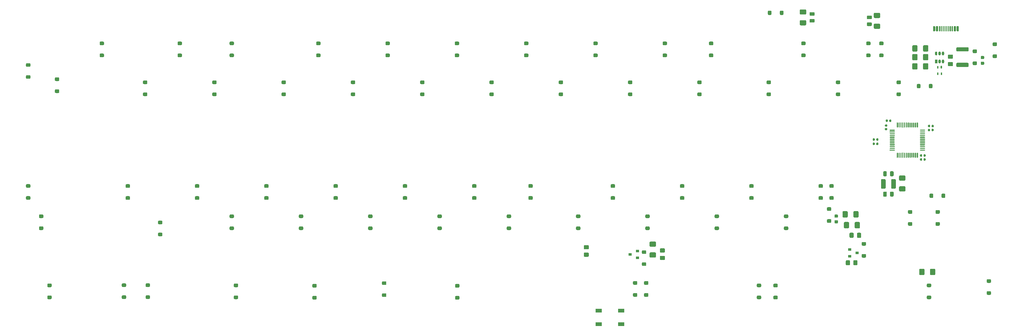
<source format=gbr>
G04 #@! TF.GenerationSoftware,KiCad,Pcbnew,(5.1.9)-1*
G04 #@! TF.CreationDate,2021-02-12T10:27:05+09:00*
G04 #@! TF.ProjectId,Joker60-NoArrows,4a6f6b65-7236-4302-9d4e-6f4172726f77,pre-Alpha*
G04 #@! TF.SameCoordinates,Original*
G04 #@! TF.FileFunction,Paste,Top*
G04 #@! TF.FilePolarity,Positive*
%FSLAX46Y46*%
G04 Gerber Fmt 4.6, Leading zero omitted, Abs format (unit mm)*
G04 Created by KiCad (PCBNEW (5.1.9)-1) date 2021-02-12 10:27:05*
%MOMM*%
%LPD*%
G01*
G04 APERTURE LIST*
%ADD10R,0.400000X0.750000*%
%ADD11R,1.475000X0.300000*%
%ADD12R,0.900000X0.800000*%
%ADD13R,1.800000X1.100000*%
%ADD14R,0.650000X1.060000*%
G04 APERTURE END LIST*
G36*
G01*
X254970800Y-162084400D02*
X255670800Y-162084400D01*
G75*
G02*
X255920800Y-162334400I0J-250000D01*
G01*
X255920800Y-162834400D01*
G75*
G02*
X255670800Y-163084400I-250000J0D01*
G01*
X254970800Y-163084400D01*
G75*
G02*
X254720800Y-162834400I0J250000D01*
G01*
X254720800Y-162334400D01*
G75*
G02*
X254970800Y-162084400I250000J0D01*
G01*
G37*
G36*
G01*
X254970800Y-158784400D02*
X255670800Y-158784400D01*
G75*
G02*
X255920800Y-159034400I0J-250000D01*
G01*
X255920800Y-159534400D01*
G75*
G02*
X255670800Y-159784400I-250000J0D01*
G01*
X254970800Y-159784400D01*
G75*
G02*
X254720800Y-159534400I0J250000D01*
G01*
X254720800Y-159034400D01*
G75*
G02*
X254970800Y-158784400I250000J0D01*
G01*
G37*
G36*
G01*
X163784800Y-162846400D02*
X164484800Y-162846400D01*
G75*
G02*
X164734800Y-163096400I0J-250000D01*
G01*
X164734800Y-163596400D01*
G75*
G02*
X164484800Y-163846400I-250000J0D01*
G01*
X163784800Y-163846400D01*
G75*
G02*
X163534800Y-163596400I0J250000D01*
G01*
X163534800Y-163096400D01*
G75*
G02*
X163784800Y-162846400I250000J0D01*
G01*
G37*
G36*
G01*
X163784800Y-159546400D02*
X164484800Y-159546400D01*
G75*
G02*
X164734800Y-159796400I0J-250000D01*
G01*
X164734800Y-160296400D01*
G75*
G02*
X164484800Y-160546400I-250000J0D01*
G01*
X163784800Y-160546400D01*
G75*
G02*
X163534800Y-160296400I0J250000D01*
G01*
X163534800Y-159796400D01*
G75*
G02*
X163784800Y-159546400I250000J0D01*
G01*
G37*
G36*
G01*
X93007350Y-105934645D02*
X93707350Y-105934645D01*
G75*
G02*
X93957350Y-106184645I0J-250000D01*
G01*
X93957350Y-106684645D01*
G75*
G02*
X93707350Y-106934645I-250000J0D01*
G01*
X93007350Y-106934645D01*
G75*
G02*
X92757350Y-106684645I0J250000D01*
G01*
X92757350Y-106184645D01*
G75*
G02*
X93007350Y-105934645I250000J0D01*
G01*
G37*
G36*
G01*
X93007350Y-102634645D02*
X93707350Y-102634645D01*
G75*
G02*
X93957350Y-102884645I0J-250000D01*
G01*
X93957350Y-103384645D01*
G75*
G02*
X93707350Y-103634645I-250000J0D01*
G01*
X93007350Y-103634645D01*
G75*
G02*
X92757350Y-103384645I0J250000D01*
G01*
X92757350Y-102884645D01*
G75*
G02*
X93007350Y-102634645I250000J0D01*
G01*
G37*
G36*
G01*
X182936400Y-162135200D02*
X183636400Y-162135200D01*
G75*
G02*
X183886400Y-162385200I0J-250000D01*
G01*
X183886400Y-162885200D01*
G75*
G02*
X183636400Y-163135200I-250000J0D01*
G01*
X182936400Y-163135200D01*
G75*
G02*
X182686400Y-162885200I0J250000D01*
G01*
X182686400Y-162385200D01*
G75*
G02*
X182936400Y-162135200I250000J0D01*
G01*
G37*
G36*
G01*
X182936400Y-158835200D02*
X183636400Y-158835200D01*
G75*
G02*
X183886400Y-159085200I0J-250000D01*
G01*
X183886400Y-159585200D01*
G75*
G02*
X183636400Y-159835200I-250000J0D01*
G01*
X182936400Y-159835200D01*
G75*
G02*
X182686400Y-159585200I0J250000D01*
G01*
X182686400Y-159085200D01*
G75*
G02*
X182936400Y-158835200I250000J0D01*
G01*
G37*
G36*
G01*
X203040150Y-162866205D02*
X203740150Y-162866205D01*
G75*
G02*
X203990150Y-163116205I0J-250000D01*
G01*
X203990150Y-163616205D01*
G75*
G02*
X203740150Y-163866205I-250000J0D01*
G01*
X203040150Y-163866205D01*
G75*
G02*
X202790150Y-163616205I0J250000D01*
G01*
X202790150Y-163116205D01*
G75*
G02*
X203040150Y-162866205I250000J0D01*
G01*
G37*
G36*
G01*
X203040150Y-159566205D02*
X203740150Y-159566205D01*
G75*
G02*
X203990150Y-159816205I0J-250000D01*
G01*
X203990150Y-160316205D01*
G75*
G02*
X203740150Y-160566205I-250000J0D01*
G01*
X203040150Y-160566205D01*
G75*
G02*
X202790150Y-160316205I0J250000D01*
G01*
X202790150Y-159816205D01*
G75*
G02*
X203040150Y-159566205I250000J0D01*
G01*
G37*
G36*
G01*
X285988930Y-162767145D02*
X286688930Y-162767145D01*
G75*
G02*
X286938930Y-163017145I0J-250000D01*
G01*
X286938930Y-163517145D01*
G75*
G02*
X286688930Y-163767145I-250000J0D01*
G01*
X285988930Y-163767145D01*
G75*
G02*
X285738930Y-163517145I0J250000D01*
G01*
X285738930Y-163017145D01*
G75*
G02*
X285988930Y-162767145I250000J0D01*
G01*
G37*
G36*
G01*
X285988930Y-159467145D02*
X286688930Y-159467145D01*
G75*
G02*
X286938930Y-159717145I0J-250000D01*
G01*
X286938930Y-160217145D01*
G75*
G02*
X286688930Y-160467145I-250000J0D01*
G01*
X285988930Y-160467145D01*
G75*
G02*
X285738930Y-160217145I0J250000D01*
G01*
X285738930Y-159717145D01*
G75*
G02*
X285988930Y-159467145I250000J0D01*
G01*
G37*
D10*
X335476250Y-101676125D03*
X335476250Y-99826125D03*
G36*
G01*
X336376250Y-99451125D02*
X336576250Y-99451125D01*
G75*
G02*
X336676250Y-99551125I0J-100000D01*
G01*
X336676250Y-100101125D01*
G75*
G02*
X336576250Y-100201125I-100000J0D01*
G01*
X336376250Y-100201125D01*
G75*
G02*
X336276250Y-100101125I0J100000D01*
G01*
X336276250Y-99551125D01*
G75*
G02*
X336376250Y-99451125I100000J0D01*
G01*
G37*
X336476250Y-101676125D03*
G36*
G01*
X325104250Y-132641125D02*
X326354250Y-132641125D01*
G75*
G02*
X326604250Y-132891125I0J-250000D01*
G01*
X326604250Y-133816125D01*
G75*
G02*
X326354250Y-134066125I-250000J0D01*
G01*
X325104250Y-134066125D01*
G75*
G02*
X324854250Y-133816125I0J250000D01*
G01*
X324854250Y-132891125D01*
G75*
G02*
X325104250Y-132641125I250000J0D01*
G01*
G37*
G36*
G01*
X325104250Y-129666125D02*
X326354250Y-129666125D01*
G75*
G02*
X326604250Y-129916125I0J-250000D01*
G01*
X326604250Y-130841125D01*
G75*
G02*
X326354250Y-131091125I-250000J0D01*
G01*
X325104250Y-131091125D01*
G75*
G02*
X324854250Y-130841125I0J250000D01*
G01*
X324854250Y-129916125D01*
G75*
G02*
X325104250Y-129666125I250000J0D01*
G01*
G37*
G36*
G01*
X322694250Y-133068125D02*
X322694250Y-130918125D01*
G75*
G02*
X322944250Y-130668125I250000J0D01*
G01*
X323694250Y-130668125D01*
G75*
G02*
X323944250Y-130918125I0J-250000D01*
G01*
X323944250Y-133068125D01*
G75*
G02*
X323694250Y-133318125I-250000J0D01*
G01*
X322944250Y-133318125D01*
G75*
G02*
X322694250Y-133068125I0J250000D01*
G01*
G37*
G36*
G01*
X319894250Y-133068125D02*
X319894250Y-130918125D01*
G75*
G02*
X320144250Y-130668125I250000J0D01*
G01*
X320894250Y-130668125D01*
G75*
G02*
X321144250Y-130918125I0J-250000D01*
G01*
X321144250Y-133068125D01*
G75*
G02*
X320894250Y-133318125I-250000J0D01*
G01*
X320144250Y-133318125D01*
G75*
G02*
X319894250Y-133068125I0J250000D01*
G01*
G37*
G36*
G01*
X321469250Y-128742875D02*
X321469250Y-129655375D01*
G75*
G02*
X321225500Y-129899125I-243750J0D01*
G01*
X320738000Y-129899125D01*
G75*
G02*
X320494250Y-129655375I0J243750D01*
G01*
X320494250Y-128742875D01*
G75*
G02*
X320738000Y-128499125I243750J0D01*
G01*
X321225500Y-128499125D01*
G75*
G02*
X321469250Y-128742875I0J-243750D01*
G01*
G37*
G36*
G01*
X323344250Y-128742875D02*
X323344250Y-129655375D01*
G75*
G02*
X323100500Y-129899125I-243750J0D01*
G01*
X322613000Y-129899125D01*
G75*
G02*
X322369250Y-129655375I0J243750D01*
G01*
X322369250Y-128742875D01*
G75*
G02*
X322613000Y-128499125I243750J0D01*
G01*
X323100500Y-128499125D01*
G75*
G02*
X323344250Y-128742875I0J-243750D01*
G01*
G37*
G36*
G01*
X321469250Y-134354651D02*
X321469250Y-135267151D01*
G75*
G02*
X321225500Y-135510901I-243750J0D01*
G01*
X320738000Y-135510901D01*
G75*
G02*
X320494250Y-135267151I0J243750D01*
G01*
X320494250Y-134354651D01*
G75*
G02*
X320738000Y-134110901I243750J0D01*
G01*
X321225500Y-134110901D01*
G75*
G02*
X321469250Y-134354651I0J-243750D01*
G01*
G37*
G36*
G01*
X323344250Y-134354651D02*
X323344250Y-135267151D01*
G75*
G02*
X323100500Y-135510901I-243750J0D01*
G01*
X322613000Y-135510901D01*
G75*
G02*
X322369250Y-135267151I0J243750D01*
G01*
X322369250Y-134354651D01*
G75*
G02*
X322613000Y-134110901I243750J0D01*
G01*
X323100500Y-134110901D01*
G75*
G02*
X323344250Y-134354651I0J-243750D01*
G01*
G37*
G36*
G01*
X310730250Y-139750125D02*
X310730250Y-141000125D01*
G75*
G02*
X310480250Y-141250125I-250000J0D01*
G01*
X309555250Y-141250125D01*
G75*
G02*
X309305250Y-141000125I0J250000D01*
G01*
X309305250Y-139750125D01*
G75*
G02*
X309555250Y-139500125I250000J0D01*
G01*
X310480250Y-139500125D01*
G75*
G02*
X310730250Y-139750125I0J-250000D01*
G01*
G37*
G36*
G01*
X313705250Y-139750125D02*
X313705250Y-141000125D01*
G75*
G02*
X313455250Y-141250125I-250000J0D01*
G01*
X312530250Y-141250125D01*
G75*
G02*
X312280250Y-141000125I0J250000D01*
G01*
X312280250Y-139750125D01*
G75*
G02*
X312530250Y-139500125I250000J0D01*
G01*
X313455250Y-139500125D01*
G75*
G02*
X313705250Y-139750125I0J-250000D01*
G01*
G37*
G36*
G01*
X307824500Y-141295125D02*
X307312000Y-141295125D01*
G75*
G02*
X307093250Y-141076375I0J218750D01*
G01*
X307093250Y-140638875D01*
G75*
G02*
X307312000Y-140420125I218750J0D01*
G01*
X307824500Y-140420125D01*
G75*
G02*
X308043250Y-140638875I0J-218750D01*
G01*
X308043250Y-141076375D01*
G75*
G02*
X307824500Y-141295125I-218750J0D01*
G01*
G37*
G36*
G01*
X307824500Y-142870125D02*
X307312000Y-142870125D01*
G75*
G02*
X307093250Y-142651375I0J218750D01*
G01*
X307093250Y-142213875D01*
G75*
G02*
X307312000Y-141995125I218750J0D01*
G01*
X307824500Y-141995125D01*
G75*
G02*
X308043250Y-142213875I0J-218750D01*
G01*
X308043250Y-142651375D01*
G75*
G02*
X307824500Y-142870125I-218750J0D01*
G01*
G37*
G36*
G01*
X341276250Y-88653125D02*
X341276250Y-89803125D01*
G75*
G02*
X341126250Y-89953125I-150000J0D01*
G01*
X340826250Y-89953125D01*
G75*
G02*
X340676250Y-89803125I0J150000D01*
G01*
X340676250Y-88653125D01*
G75*
G02*
X340826250Y-88503125I150000J0D01*
G01*
X341126250Y-88503125D01*
G75*
G02*
X341276250Y-88653125I0J-150000D01*
G01*
G37*
G36*
G01*
X339626250Y-88578125D02*
X339626250Y-89878125D01*
G75*
G02*
X339551250Y-89953125I-75000J0D01*
G01*
X339401250Y-89953125D01*
G75*
G02*
X339326250Y-89878125I0J75000D01*
G01*
X339326250Y-88578125D01*
G75*
G02*
X339401250Y-88503125I75000J0D01*
G01*
X339551250Y-88503125D01*
G75*
G02*
X339626250Y-88578125I0J-75000D01*
G01*
G37*
G36*
G01*
X339126250Y-88578125D02*
X339126250Y-89878125D01*
G75*
G02*
X339051250Y-89953125I-75000J0D01*
G01*
X338901250Y-89953125D01*
G75*
G02*
X338826250Y-89878125I0J75000D01*
G01*
X338826250Y-88578125D01*
G75*
G02*
X338901250Y-88503125I75000J0D01*
G01*
X339051250Y-88503125D01*
G75*
G02*
X339126250Y-88578125I0J-75000D01*
G01*
G37*
G36*
G01*
X338626250Y-88578125D02*
X338626250Y-89878125D01*
G75*
G02*
X338551250Y-89953125I-75000J0D01*
G01*
X338401250Y-89953125D01*
G75*
G02*
X338326250Y-89878125I0J75000D01*
G01*
X338326250Y-88578125D01*
G75*
G02*
X338401250Y-88503125I75000J0D01*
G01*
X338551250Y-88503125D01*
G75*
G02*
X338626250Y-88578125I0J-75000D01*
G01*
G37*
G36*
G01*
X338130250Y-88578125D02*
X338130250Y-89878125D01*
G75*
G02*
X338055250Y-89953125I-75000J0D01*
G01*
X337905250Y-89953125D01*
G75*
G02*
X337830250Y-89878125I0J75000D01*
G01*
X337830250Y-88578125D01*
G75*
G02*
X337905250Y-88503125I75000J0D01*
G01*
X338055250Y-88503125D01*
G75*
G02*
X338130250Y-88578125I0J-75000D01*
G01*
G37*
G36*
G01*
X336126250Y-88578125D02*
X336126250Y-89878125D01*
G75*
G02*
X336051250Y-89953125I-75000J0D01*
G01*
X335901250Y-89953125D01*
G75*
G02*
X335826250Y-89878125I0J75000D01*
G01*
X335826250Y-88578125D01*
G75*
G02*
X335901250Y-88503125I75000J0D01*
G01*
X336051250Y-88503125D01*
G75*
G02*
X336126250Y-88578125I0J-75000D01*
G01*
G37*
G36*
G01*
X336626250Y-88578125D02*
X336626250Y-89878125D01*
G75*
G02*
X336551250Y-89953125I-75000J0D01*
G01*
X336401250Y-89953125D01*
G75*
G02*
X336326250Y-89878125I0J75000D01*
G01*
X336326250Y-88578125D01*
G75*
G02*
X336401250Y-88503125I75000J0D01*
G01*
X336551250Y-88503125D01*
G75*
G02*
X336626250Y-88578125I0J-75000D01*
G01*
G37*
G36*
G01*
X337126250Y-88578125D02*
X337126250Y-89878125D01*
G75*
G02*
X337051250Y-89953125I-75000J0D01*
G01*
X336901250Y-89953125D01*
G75*
G02*
X336826250Y-89878125I0J75000D01*
G01*
X336826250Y-88578125D01*
G75*
G02*
X336901250Y-88503125I75000J0D01*
G01*
X337051250Y-88503125D01*
G75*
G02*
X337126250Y-88578125I0J-75000D01*
G01*
G37*
G36*
G01*
X337626250Y-88578125D02*
X337626250Y-89878125D01*
G75*
G02*
X337551250Y-89953125I-75000J0D01*
G01*
X337401250Y-89953125D01*
G75*
G02*
X337326250Y-89878125I0J75000D01*
G01*
X337326250Y-88578125D01*
G75*
G02*
X337401250Y-88503125I75000J0D01*
G01*
X337551250Y-88503125D01*
G75*
G02*
X337626250Y-88578125I0J-75000D01*
G01*
G37*
G36*
G01*
X340476250Y-88653125D02*
X340476250Y-89803125D01*
G75*
G02*
X340326250Y-89953125I-150000J0D01*
G01*
X340026250Y-89953125D01*
G75*
G02*
X339876250Y-89803125I0J150000D01*
G01*
X339876250Y-88653125D01*
G75*
G02*
X340026250Y-88503125I150000J0D01*
G01*
X340326250Y-88503125D01*
G75*
G02*
X340476250Y-88653125I0J-150000D01*
G01*
G37*
G36*
G01*
X334776250Y-88653125D02*
X334776250Y-89803125D01*
G75*
G02*
X334626250Y-89953125I-150000J0D01*
G01*
X334326250Y-89953125D01*
G75*
G02*
X334176250Y-89803125I0J150000D01*
G01*
X334176250Y-88653125D01*
G75*
G02*
X334326250Y-88503125I150000J0D01*
G01*
X334626250Y-88503125D01*
G75*
G02*
X334776250Y-88653125I0J-150000D01*
G01*
G37*
G36*
G01*
X335576250Y-88653125D02*
X335576250Y-89803125D01*
G75*
G02*
X335426250Y-89953125I-150000J0D01*
G01*
X335126250Y-89953125D01*
G75*
G02*
X334976250Y-89803125I0J150000D01*
G01*
X334976250Y-88653125D01*
G75*
G02*
X335126250Y-88503125I150000J0D01*
G01*
X335426250Y-88503125D01*
G75*
G02*
X335576250Y-88653125I0J-150000D01*
G01*
G37*
G36*
G01*
X324226170Y-116353245D02*
X324226170Y-115178245D01*
G75*
G02*
X324376170Y-115028245I150000J0D01*
G01*
X324376170Y-115028245D01*
G75*
G02*
X324526170Y-115178245I0J-150000D01*
G01*
X324526170Y-116353245D01*
G75*
G02*
X324376170Y-116503245I-150000J0D01*
G01*
X324376170Y-116503245D01*
G75*
G02*
X324226170Y-116353245I0J150000D01*
G01*
G37*
G36*
G01*
X324726170Y-116353245D02*
X324726170Y-115178245D01*
G75*
G02*
X324876170Y-115028245I150000J0D01*
G01*
X324876170Y-115028245D01*
G75*
G02*
X325026170Y-115178245I0J-150000D01*
G01*
X325026170Y-116353245D01*
G75*
G02*
X324876170Y-116503245I-150000J0D01*
G01*
X324876170Y-116503245D01*
G75*
G02*
X324726170Y-116353245I0J150000D01*
G01*
G37*
G36*
G01*
X325226170Y-116353245D02*
X325226170Y-115178245D01*
G75*
G02*
X325376170Y-115028245I150000J0D01*
G01*
X325376170Y-115028245D01*
G75*
G02*
X325526170Y-115178245I0J-150000D01*
G01*
X325526170Y-116353245D01*
G75*
G02*
X325376170Y-116503245I-150000J0D01*
G01*
X325376170Y-116503245D01*
G75*
G02*
X325226170Y-116353245I0J150000D01*
G01*
G37*
G36*
G01*
X325726170Y-116353245D02*
X325726170Y-115178245D01*
G75*
G02*
X325876170Y-115028245I150000J0D01*
G01*
X325876170Y-115028245D01*
G75*
G02*
X326026170Y-115178245I0J-150000D01*
G01*
X326026170Y-116353245D01*
G75*
G02*
X325876170Y-116503245I-150000J0D01*
G01*
X325876170Y-116503245D01*
G75*
G02*
X325726170Y-116353245I0J150000D01*
G01*
G37*
G36*
G01*
X326226170Y-116353245D02*
X326226170Y-115178245D01*
G75*
G02*
X326376170Y-115028245I150000J0D01*
G01*
X326376170Y-115028245D01*
G75*
G02*
X326526170Y-115178245I0J-150000D01*
G01*
X326526170Y-116353245D01*
G75*
G02*
X326376170Y-116503245I-150000J0D01*
G01*
X326376170Y-116503245D01*
G75*
G02*
X326226170Y-116353245I0J150000D01*
G01*
G37*
G36*
G01*
X326726170Y-116353245D02*
X326726170Y-115178245D01*
G75*
G02*
X326876170Y-115028245I150000J0D01*
G01*
X326876170Y-115028245D01*
G75*
G02*
X327026170Y-115178245I0J-150000D01*
G01*
X327026170Y-116353245D01*
G75*
G02*
X326876170Y-116503245I-150000J0D01*
G01*
X326876170Y-116503245D01*
G75*
G02*
X326726170Y-116353245I0J150000D01*
G01*
G37*
G36*
G01*
X327226170Y-116353245D02*
X327226170Y-115178245D01*
G75*
G02*
X327376170Y-115028245I150000J0D01*
G01*
X327376170Y-115028245D01*
G75*
G02*
X327526170Y-115178245I0J-150000D01*
G01*
X327526170Y-116353245D01*
G75*
G02*
X327376170Y-116503245I-150000J0D01*
G01*
X327376170Y-116503245D01*
G75*
G02*
X327226170Y-116353245I0J150000D01*
G01*
G37*
G36*
G01*
X327726170Y-116353245D02*
X327726170Y-115178245D01*
G75*
G02*
X327876170Y-115028245I150000J0D01*
G01*
X327876170Y-115028245D01*
G75*
G02*
X328026170Y-115178245I0J-150000D01*
G01*
X328026170Y-116353245D01*
G75*
G02*
X327876170Y-116503245I-150000J0D01*
G01*
X327876170Y-116503245D01*
G75*
G02*
X327726170Y-116353245I0J150000D01*
G01*
G37*
G36*
G01*
X328226170Y-116353245D02*
X328226170Y-115178245D01*
G75*
G02*
X328376170Y-115028245I150000J0D01*
G01*
X328376170Y-115028245D01*
G75*
G02*
X328526170Y-115178245I0J-150000D01*
G01*
X328526170Y-116353245D01*
G75*
G02*
X328376170Y-116503245I-150000J0D01*
G01*
X328376170Y-116503245D01*
G75*
G02*
X328226170Y-116353245I0J150000D01*
G01*
G37*
G36*
G01*
X328726170Y-116353245D02*
X328726170Y-115178245D01*
G75*
G02*
X328876170Y-115028245I150000J0D01*
G01*
X328876170Y-115028245D01*
G75*
G02*
X329026170Y-115178245I0J-150000D01*
G01*
X329026170Y-116353245D01*
G75*
G02*
X328876170Y-116503245I-150000J0D01*
G01*
X328876170Y-116503245D01*
G75*
G02*
X328726170Y-116353245I0J150000D01*
G01*
G37*
G36*
G01*
X329226170Y-116353245D02*
X329226170Y-115178245D01*
G75*
G02*
X329376170Y-115028245I150000J0D01*
G01*
X329376170Y-115028245D01*
G75*
G02*
X329526170Y-115178245I0J-150000D01*
G01*
X329526170Y-116353245D01*
G75*
G02*
X329376170Y-116503245I-150000J0D01*
G01*
X329376170Y-116503245D01*
G75*
G02*
X329226170Y-116353245I0J150000D01*
G01*
G37*
G36*
G01*
X329726170Y-116353245D02*
X329726170Y-115178245D01*
G75*
G02*
X329876170Y-115028245I150000J0D01*
G01*
X329876170Y-115028245D01*
G75*
G02*
X330026170Y-115178245I0J-150000D01*
G01*
X330026170Y-116353245D01*
G75*
G02*
X329876170Y-116503245I-150000J0D01*
G01*
X329876170Y-116503245D01*
G75*
G02*
X329726170Y-116353245I0J150000D01*
G01*
G37*
G36*
G01*
X330551170Y-117178245D02*
X330551170Y-117178245D01*
G75*
G02*
X330701170Y-117028245I150000J0D01*
G01*
X331876170Y-117028245D01*
G75*
G02*
X332026170Y-117178245I0J-150000D01*
G01*
X332026170Y-117178245D01*
G75*
G02*
X331876170Y-117328245I-150000J0D01*
G01*
X330701170Y-117328245D01*
G75*
G02*
X330551170Y-117178245I0J150000D01*
G01*
G37*
G36*
G01*
X330551170Y-117678245D02*
X330551170Y-117678245D01*
G75*
G02*
X330701170Y-117528245I150000J0D01*
G01*
X331876170Y-117528245D01*
G75*
G02*
X332026170Y-117678245I0J-150000D01*
G01*
X332026170Y-117678245D01*
G75*
G02*
X331876170Y-117828245I-150000J0D01*
G01*
X330701170Y-117828245D01*
G75*
G02*
X330551170Y-117678245I0J150000D01*
G01*
G37*
G36*
G01*
X330551170Y-118178245D02*
X330551170Y-118178245D01*
G75*
G02*
X330701170Y-118028245I150000J0D01*
G01*
X331876170Y-118028245D01*
G75*
G02*
X332026170Y-118178245I0J-150000D01*
G01*
X332026170Y-118178245D01*
G75*
G02*
X331876170Y-118328245I-150000J0D01*
G01*
X330701170Y-118328245D01*
G75*
G02*
X330551170Y-118178245I0J150000D01*
G01*
G37*
G36*
G01*
X330551170Y-118678245D02*
X330551170Y-118678245D01*
G75*
G02*
X330701170Y-118528245I150000J0D01*
G01*
X331876170Y-118528245D01*
G75*
G02*
X332026170Y-118678245I0J-150000D01*
G01*
X332026170Y-118678245D01*
G75*
G02*
X331876170Y-118828245I-150000J0D01*
G01*
X330701170Y-118828245D01*
G75*
G02*
X330551170Y-118678245I0J150000D01*
G01*
G37*
G36*
G01*
X330551170Y-119178245D02*
X330551170Y-119178245D01*
G75*
G02*
X330701170Y-119028245I150000J0D01*
G01*
X331876170Y-119028245D01*
G75*
G02*
X332026170Y-119178245I0J-150000D01*
G01*
X332026170Y-119178245D01*
G75*
G02*
X331876170Y-119328245I-150000J0D01*
G01*
X330701170Y-119328245D01*
G75*
G02*
X330551170Y-119178245I0J150000D01*
G01*
G37*
G36*
G01*
X330551170Y-119678245D02*
X330551170Y-119678245D01*
G75*
G02*
X330701170Y-119528245I150000J0D01*
G01*
X331876170Y-119528245D01*
G75*
G02*
X332026170Y-119678245I0J-150000D01*
G01*
X332026170Y-119678245D01*
G75*
G02*
X331876170Y-119828245I-150000J0D01*
G01*
X330701170Y-119828245D01*
G75*
G02*
X330551170Y-119678245I0J150000D01*
G01*
G37*
G36*
G01*
X330551170Y-120178245D02*
X330551170Y-120178245D01*
G75*
G02*
X330701170Y-120028245I150000J0D01*
G01*
X331876170Y-120028245D01*
G75*
G02*
X332026170Y-120178245I0J-150000D01*
G01*
X332026170Y-120178245D01*
G75*
G02*
X331876170Y-120328245I-150000J0D01*
G01*
X330701170Y-120328245D01*
G75*
G02*
X330551170Y-120178245I0J150000D01*
G01*
G37*
G36*
G01*
X330551170Y-120678245D02*
X330551170Y-120678245D01*
G75*
G02*
X330701170Y-120528245I150000J0D01*
G01*
X331876170Y-120528245D01*
G75*
G02*
X332026170Y-120678245I0J-150000D01*
G01*
X332026170Y-120678245D01*
G75*
G02*
X331876170Y-120828245I-150000J0D01*
G01*
X330701170Y-120828245D01*
G75*
G02*
X330551170Y-120678245I0J150000D01*
G01*
G37*
G36*
G01*
X330551170Y-121178245D02*
X330551170Y-121178245D01*
G75*
G02*
X330701170Y-121028245I150000J0D01*
G01*
X331876170Y-121028245D01*
G75*
G02*
X332026170Y-121178245I0J-150000D01*
G01*
X332026170Y-121178245D01*
G75*
G02*
X331876170Y-121328245I-150000J0D01*
G01*
X330701170Y-121328245D01*
G75*
G02*
X330551170Y-121178245I0J150000D01*
G01*
G37*
G36*
G01*
X330551170Y-121678245D02*
X330551170Y-121678245D01*
G75*
G02*
X330701170Y-121528245I150000J0D01*
G01*
X331876170Y-121528245D01*
G75*
G02*
X332026170Y-121678245I0J-150000D01*
G01*
X332026170Y-121678245D01*
G75*
G02*
X331876170Y-121828245I-150000J0D01*
G01*
X330701170Y-121828245D01*
G75*
G02*
X330551170Y-121678245I0J150000D01*
G01*
G37*
G36*
G01*
X330551170Y-122178245D02*
X330551170Y-122178245D01*
G75*
G02*
X330701170Y-122028245I150000J0D01*
G01*
X331876170Y-122028245D01*
G75*
G02*
X332026170Y-122178245I0J-150000D01*
G01*
X332026170Y-122178245D01*
G75*
G02*
X331876170Y-122328245I-150000J0D01*
G01*
X330701170Y-122328245D01*
G75*
G02*
X330551170Y-122178245I0J150000D01*
G01*
G37*
G36*
G01*
X330551170Y-122678245D02*
X330551170Y-122678245D01*
G75*
G02*
X330701170Y-122528245I150000J0D01*
G01*
X331876170Y-122528245D01*
G75*
G02*
X332026170Y-122678245I0J-150000D01*
G01*
X332026170Y-122678245D01*
G75*
G02*
X331876170Y-122828245I-150000J0D01*
G01*
X330701170Y-122828245D01*
G75*
G02*
X330551170Y-122678245I0J150000D01*
G01*
G37*
G36*
G01*
X329726170Y-124678245D02*
X329726170Y-123503245D01*
G75*
G02*
X329876170Y-123353245I150000J0D01*
G01*
X329876170Y-123353245D01*
G75*
G02*
X330026170Y-123503245I0J-150000D01*
G01*
X330026170Y-124678245D01*
G75*
G02*
X329876170Y-124828245I-150000J0D01*
G01*
X329876170Y-124828245D01*
G75*
G02*
X329726170Y-124678245I0J150000D01*
G01*
G37*
G36*
G01*
X329226170Y-124678245D02*
X329226170Y-123503245D01*
G75*
G02*
X329376170Y-123353245I150000J0D01*
G01*
X329376170Y-123353245D01*
G75*
G02*
X329526170Y-123503245I0J-150000D01*
G01*
X329526170Y-124678245D01*
G75*
G02*
X329376170Y-124828245I-150000J0D01*
G01*
X329376170Y-124828245D01*
G75*
G02*
X329226170Y-124678245I0J150000D01*
G01*
G37*
G36*
G01*
X328726170Y-124678245D02*
X328726170Y-123503245D01*
G75*
G02*
X328876170Y-123353245I150000J0D01*
G01*
X328876170Y-123353245D01*
G75*
G02*
X329026170Y-123503245I0J-150000D01*
G01*
X329026170Y-124678245D01*
G75*
G02*
X328876170Y-124828245I-150000J0D01*
G01*
X328876170Y-124828245D01*
G75*
G02*
X328726170Y-124678245I0J150000D01*
G01*
G37*
G36*
G01*
X328226170Y-124678245D02*
X328226170Y-123503245D01*
G75*
G02*
X328376170Y-123353245I150000J0D01*
G01*
X328376170Y-123353245D01*
G75*
G02*
X328526170Y-123503245I0J-150000D01*
G01*
X328526170Y-124678245D01*
G75*
G02*
X328376170Y-124828245I-150000J0D01*
G01*
X328376170Y-124828245D01*
G75*
G02*
X328226170Y-124678245I0J150000D01*
G01*
G37*
G36*
G01*
X327726170Y-124678245D02*
X327726170Y-123503245D01*
G75*
G02*
X327876170Y-123353245I150000J0D01*
G01*
X327876170Y-123353245D01*
G75*
G02*
X328026170Y-123503245I0J-150000D01*
G01*
X328026170Y-124678245D01*
G75*
G02*
X327876170Y-124828245I-150000J0D01*
G01*
X327876170Y-124828245D01*
G75*
G02*
X327726170Y-124678245I0J150000D01*
G01*
G37*
G36*
G01*
X327226170Y-124678245D02*
X327226170Y-123503245D01*
G75*
G02*
X327376170Y-123353245I150000J0D01*
G01*
X327376170Y-123353245D01*
G75*
G02*
X327526170Y-123503245I0J-150000D01*
G01*
X327526170Y-124678245D01*
G75*
G02*
X327376170Y-124828245I-150000J0D01*
G01*
X327376170Y-124828245D01*
G75*
G02*
X327226170Y-124678245I0J150000D01*
G01*
G37*
G36*
G01*
X326726170Y-124678245D02*
X326726170Y-123503245D01*
G75*
G02*
X326876170Y-123353245I150000J0D01*
G01*
X326876170Y-123353245D01*
G75*
G02*
X327026170Y-123503245I0J-150000D01*
G01*
X327026170Y-124678245D01*
G75*
G02*
X326876170Y-124828245I-150000J0D01*
G01*
X326876170Y-124828245D01*
G75*
G02*
X326726170Y-124678245I0J150000D01*
G01*
G37*
G36*
G01*
X326226170Y-124678245D02*
X326226170Y-123503245D01*
G75*
G02*
X326376170Y-123353245I150000J0D01*
G01*
X326376170Y-123353245D01*
G75*
G02*
X326526170Y-123503245I0J-150000D01*
G01*
X326526170Y-124678245D01*
G75*
G02*
X326376170Y-124828245I-150000J0D01*
G01*
X326376170Y-124828245D01*
G75*
G02*
X326226170Y-124678245I0J150000D01*
G01*
G37*
G36*
G01*
X325726170Y-124678245D02*
X325726170Y-123503245D01*
G75*
G02*
X325876170Y-123353245I150000J0D01*
G01*
X325876170Y-123353245D01*
G75*
G02*
X326026170Y-123503245I0J-150000D01*
G01*
X326026170Y-124678245D01*
G75*
G02*
X325876170Y-124828245I-150000J0D01*
G01*
X325876170Y-124828245D01*
G75*
G02*
X325726170Y-124678245I0J150000D01*
G01*
G37*
G36*
G01*
X325226170Y-124678245D02*
X325226170Y-123503245D01*
G75*
G02*
X325376170Y-123353245I150000J0D01*
G01*
X325376170Y-123353245D01*
G75*
G02*
X325526170Y-123503245I0J-150000D01*
G01*
X325526170Y-124678245D01*
G75*
G02*
X325376170Y-124828245I-150000J0D01*
G01*
X325376170Y-124828245D01*
G75*
G02*
X325226170Y-124678245I0J150000D01*
G01*
G37*
G36*
G01*
X324726170Y-124678245D02*
X324726170Y-123503245D01*
G75*
G02*
X324876170Y-123353245I150000J0D01*
G01*
X324876170Y-123353245D01*
G75*
G02*
X325026170Y-123503245I0J-150000D01*
G01*
X325026170Y-124678245D01*
G75*
G02*
X324876170Y-124828245I-150000J0D01*
G01*
X324876170Y-124828245D01*
G75*
G02*
X324726170Y-124678245I0J150000D01*
G01*
G37*
G36*
G01*
X324226170Y-124678245D02*
X324226170Y-123503245D01*
G75*
G02*
X324376170Y-123353245I150000J0D01*
G01*
X324376170Y-123353245D01*
G75*
G02*
X324526170Y-123503245I0J-150000D01*
G01*
X324526170Y-124678245D01*
G75*
G02*
X324376170Y-124828245I-150000J0D01*
G01*
X324376170Y-124828245D01*
G75*
G02*
X324226170Y-124678245I0J150000D01*
G01*
G37*
G36*
G01*
X322226170Y-122678245D02*
X322226170Y-122678245D01*
G75*
G02*
X322376170Y-122528245I150000J0D01*
G01*
X323551170Y-122528245D01*
G75*
G02*
X323701170Y-122678245I0J-150000D01*
G01*
X323701170Y-122678245D01*
G75*
G02*
X323551170Y-122828245I-150000J0D01*
G01*
X322376170Y-122828245D01*
G75*
G02*
X322226170Y-122678245I0J150000D01*
G01*
G37*
G36*
G01*
X322226170Y-122178245D02*
X322226170Y-122178245D01*
G75*
G02*
X322376170Y-122028245I150000J0D01*
G01*
X323551170Y-122028245D01*
G75*
G02*
X323701170Y-122178245I0J-150000D01*
G01*
X323701170Y-122178245D01*
G75*
G02*
X323551170Y-122328245I-150000J0D01*
G01*
X322376170Y-122328245D01*
G75*
G02*
X322226170Y-122178245I0J150000D01*
G01*
G37*
G36*
G01*
X322226170Y-121678245D02*
X322226170Y-121678245D01*
G75*
G02*
X322376170Y-121528245I150000J0D01*
G01*
X323551170Y-121528245D01*
G75*
G02*
X323701170Y-121678245I0J-150000D01*
G01*
X323701170Y-121678245D01*
G75*
G02*
X323551170Y-121828245I-150000J0D01*
G01*
X322376170Y-121828245D01*
G75*
G02*
X322226170Y-121678245I0J150000D01*
G01*
G37*
G36*
G01*
X322226170Y-121178245D02*
X322226170Y-121178245D01*
G75*
G02*
X322376170Y-121028245I150000J0D01*
G01*
X323551170Y-121028245D01*
G75*
G02*
X323701170Y-121178245I0J-150000D01*
G01*
X323701170Y-121178245D01*
G75*
G02*
X323551170Y-121328245I-150000J0D01*
G01*
X322376170Y-121328245D01*
G75*
G02*
X322226170Y-121178245I0J150000D01*
G01*
G37*
G36*
G01*
X322226170Y-120678245D02*
X322226170Y-120678245D01*
G75*
G02*
X322376170Y-120528245I150000J0D01*
G01*
X323551170Y-120528245D01*
G75*
G02*
X323701170Y-120678245I0J-150000D01*
G01*
X323701170Y-120678245D01*
G75*
G02*
X323551170Y-120828245I-150000J0D01*
G01*
X322376170Y-120828245D01*
G75*
G02*
X322226170Y-120678245I0J150000D01*
G01*
G37*
G36*
G01*
X322226170Y-120178245D02*
X322226170Y-120178245D01*
G75*
G02*
X322376170Y-120028245I150000J0D01*
G01*
X323551170Y-120028245D01*
G75*
G02*
X323701170Y-120178245I0J-150000D01*
G01*
X323701170Y-120178245D01*
G75*
G02*
X323551170Y-120328245I-150000J0D01*
G01*
X322376170Y-120328245D01*
G75*
G02*
X322226170Y-120178245I0J150000D01*
G01*
G37*
G36*
G01*
X322226170Y-119678245D02*
X322226170Y-119678245D01*
G75*
G02*
X322376170Y-119528245I150000J0D01*
G01*
X323551170Y-119528245D01*
G75*
G02*
X323701170Y-119678245I0J-150000D01*
G01*
X323701170Y-119678245D01*
G75*
G02*
X323551170Y-119828245I-150000J0D01*
G01*
X322376170Y-119828245D01*
G75*
G02*
X322226170Y-119678245I0J150000D01*
G01*
G37*
G36*
G01*
X322226170Y-119178245D02*
X322226170Y-119178245D01*
G75*
G02*
X322376170Y-119028245I150000J0D01*
G01*
X323551170Y-119028245D01*
G75*
G02*
X323701170Y-119178245I0J-150000D01*
G01*
X323701170Y-119178245D01*
G75*
G02*
X323551170Y-119328245I-150000J0D01*
G01*
X322376170Y-119328245D01*
G75*
G02*
X322226170Y-119178245I0J150000D01*
G01*
G37*
G36*
G01*
X322226170Y-118678245D02*
X322226170Y-118678245D01*
G75*
G02*
X322376170Y-118528245I150000J0D01*
G01*
X323551170Y-118528245D01*
G75*
G02*
X323701170Y-118678245I0J-150000D01*
G01*
X323701170Y-118678245D01*
G75*
G02*
X323551170Y-118828245I-150000J0D01*
G01*
X322376170Y-118828245D01*
G75*
G02*
X322226170Y-118678245I0J150000D01*
G01*
G37*
G36*
G01*
X322226170Y-118178245D02*
X322226170Y-118178245D01*
G75*
G02*
X322376170Y-118028245I150000J0D01*
G01*
X323551170Y-118028245D01*
G75*
G02*
X323701170Y-118178245I0J-150000D01*
G01*
X323701170Y-118178245D01*
G75*
G02*
X323551170Y-118328245I-150000J0D01*
G01*
X322376170Y-118328245D01*
G75*
G02*
X322226170Y-118178245I0J150000D01*
G01*
G37*
G36*
G01*
X322226170Y-117678245D02*
X322226170Y-117678245D01*
G75*
G02*
X322376170Y-117528245I150000J0D01*
G01*
X323551170Y-117528245D01*
G75*
G02*
X323701170Y-117678245I0J-150000D01*
G01*
X323701170Y-117678245D01*
G75*
G02*
X323551170Y-117828245I-150000J0D01*
G01*
X322376170Y-117828245D01*
G75*
G02*
X322226170Y-117678245I0J150000D01*
G01*
G37*
D11*
X322963670Y-117178245D03*
G36*
G01*
X348032500Y-97603125D02*
X347520000Y-97603125D01*
G75*
G02*
X347301250Y-97384375I0J218750D01*
G01*
X347301250Y-96946875D01*
G75*
G02*
X347520000Y-96728125I218750J0D01*
G01*
X348032500Y-96728125D01*
G75*
G02*
X348251250Y-96946875I0J-218750D01*
G01*
X348251250Y-97384375D01*
G75*
G02*
X348032500Y-97603125I-218750J0D01*
G01*
G37*
G36*
G01*
X348032500Y-99178125D02*
X347520000Y-99178125D01*
G75*
G02*
X347301250Y-98959375I0J218750D01*
G01*
X347301250Y-98521875D01*
G75*
G02*
X347520000Y-98303125I218750J0D01*
G01*
X348032500Y-98303125D01*
G75*
G02*
X348251250Y-98521875I0J-218750D01*
G01*
X348251250Y-98959375D01*
G75*
G02*
X348032500Y-99178125I-218750J0D01*
G01*
G37*
G36*
G01*
X346026250Y-95953125D02*
X345326250Y-95953125D01*
G75*
G02*
X345076250Y-95703125I0J250000D01*
G01*
X345076250Y-95203125D01*
G75*
G02*
X345326250Y-94953125I250000J0D01*
G01*
X346026250Y-94953125D01*
G75*
G02*
X346276250Y-95203125I0J-250000D01*
G01*
X346276250Y-95703125D01*
G75*
G02*
X346026250Y-95953125I-250000J0D01*
G01*
G37*
G36*
G01*
X346026250Y-99253125D02*
X345326250Y-99253125D01*
G75*
G02*
X345076250Y-99003125I0J250000D01*
G01*
X345076250Y-98503125D01*
G75*
G02*
X345326250Y-98253125I250000J0D01*
G01*
X346026250Y-98253125D01*
G75*
G02*
X346276250Y-98503125I0J-250000D01*
G01*
X346276250Y-99003125D01*
G75*
G02*
X346026250Y-99253125I-250000J0D01*
G01*
G37*
G36*
G01*
X333362250Y-156875125D02*
X333362250Y-155625125D01*
G75*
G02*
X333612250Y-155375125I250000J0D01*
G01*
X334537250Y-155375125D01*
G75*
G02*
X334787250Y-155625125I0J-250000D01*
G01*
X334787250Y-156875125D01*
G75*
G02*
X334537250Y-157125125I-250000J0D01*
G01*
X333612250Y-157125125D01*
G75*
G02*
X333362250Y-156875125I0J250000D01*
G01*
G37*
G36*
G01*
X330387250Y-156875125D02*
X330387250Y-155625125D01*
G75*
G02*
X330637250Y-155375125I250000J0D01*
G01*
X331562250Y-155375125D01*
G75*
G02*
X331812250Y-155625125I0J-250000D01*
G01*
X331812250Y-156875125D01*
G75*
G02*
X331562250Y-157125125I-250000J0D01*
G01*
X330637250Y-157125125D01*
G75*
G02*
X330387250Y-156875125I0J250000D01*
G01*
G37*
G36*
G01*
X311100500Y-142732600D02*
X311100500Y-143982600D01*
G75*
G02*
X310850500Y-144232600I-250000J0D01*
G01*
X309925500Y-144232600D01*
G75*
G02*
X309675500Y-143982600I0J250000D01*
G01*
X309675500Y-142732600D01*
G75*
G02*
X309925500Y-142482600I250000J0D01*
G01*
X310850500Y-142482600D01*
G75*
G02*
X311100500Y-142732600I0J-250000D01*
G01*
G37*
G36*
G01*
X314075500Y-142732600D02*
X314075500Y-143982600D01*
G75*
G02*
X313825500Y-144232600I-250000J0D01*
G01*
X312900500Y-144232600D01*
G75*
G02*
X312650500Y-143982600I0J250000D01*
G01*
X312650500Y-142732600D01*
G75*
G02*
X312900500Y-142482600I250000J0D01*
G01*
X313825500Y-142482600D01*
G75*
G02*
X314075500Y-142732600I0J-250000D01*
G01*
G37*
G36*
G01*
X331457250Y-100233125D02*
X331457250Y-98983125D01*
G75*
G02*
X331707250Y-98733125I250000J0D01*
G01*
X332632250Y-98733125D01*
G75*
G02*
X332882250Y-98983125I0J-250000D01*
G01*
X332882250Y-100233125D01*
G75*
G02*
X332632250Y-100483125I-250000J0D01*
G01*
X331707250Y-100483125D01*
G75*
G02*
X331457250Y-100233125I0J250000D01*
G01*
G37*
G36*
G01*
X328482250Y-100233125D02*
X328482250Y-98983125D01*
G75*
G02*
X328732250Y-98733125I250000J0D01*
G01*
X329657250Y-98733125D01*
G75*
G02*
X329907250Y-98983125I0J-250000D01*
G01*
X329907250Y-100233125D01*
G75*
G02*
X329657250Y-100483125I-250000J0D01*
G01*
X328732250Y-100483125D01*
G75*
G02*
X328482250Y-100233125I0J250000D01*
G01*
G37*
G36*
G01*
X88650170Y-143700215D02*
X89350170Y-143700215D01*
G75*
G02*
X89600170Y-143950215I0J-250000D01*
G01*
X89600170Y-144450215D01*
G75*
G02*
X89350170Y-144700215I-250000J0D01*
G01*
X88650170Y-144700215D01*
G75*
G02*
X88400170Y-144450215I0J250000D01*
G01*
X88400170Y-143950215D01*
G75*
G02*
X88650170Y-143700215I250000J0D01*
G01*
G37*
G36*
G01*
X88650170Y-140400215D02*
X89350170Y-140400215D01*
G75*
G02*
X89600170Y-140650215I0J-250000D01*
G01*
X89600170Y-141150215D01*
G75*
G02*
X89350170Y-141400215I-250000J0D01*
G01*
X88650170Y-141400215D01*
G75*
G02*
X88400170Y-141150215I0J250000D01*
G01*
X88400170Y-140650215D01*
G75*
G02*
X88650170Y-140400215I250000J0D01*
G01*
G37*
G36*
G01*
X121366800Y-145422000D02*
X122066800Y-145422000D01*
G75*
G02*
X122316800Y-145672000I0J-250000D01*
G01*
X122316800Y-146172000D01*
G75*
G02*
X122066800Y-146422000I-250000J0D01*
G01*
X121366800Y-146422000D01*
G75*
G02*
X121116800Y-146172000I0J250000D01*
G01*
X121116800Y-145672000D01*
G75*
G02*
X121366800Y-145422000I250000J0D01*
G01*
G37*
G36*
G01*
X121366800Y-142122000D02*
X122066800Y-142122000D01*
G75*
G02*
X122316800Y-142372000I0J-250000D01*
G01*
X122316800Y-142872000D01*
G75*
G02*
X122066800Y-143122000I-250000J0D01*
G01*
X121366800Y-143122000D01*
G75*
G02*
X121116800Y-142872000I0J250000D01*
G01*
X121116800Y-142372000D01*
G75*
G02*
X121366800Y-142122000I250000J0D01*
G01*
G37*
G36*
G01*
X318566250Y-119925625D02*
X318566250Y-119580625D01*
G75*
G02*
X318713750Y-119433125I147500J0D01*
G01*
X319008750Y-119433125D01*
G75*
G02*
X319156250Y-119580625I0J-147500D01*
G01*
X319156250Y-119925625D01*
G75*
G02*
X319008750Y-120073125I-147500J0D01*
G01*
X318713750Y-120073125D01*
G75*
G02*
X318566250Y-119925625I0J147500D01*
G01*
G37*
G36*
G01*
X317596250Y-119925625D02*
X317596250Y-119580625D01*
G75*
G02*
X317743750Y-119433125I147500J0D01*
G01*
X318038750Y-119433125D01*
G75*
G02*
X318186250Y-119580625I0J-147500D01*
G01*
X318186250Y-119925625D01*
G75*
G02*
X318038750Y-120073125I-147500J0D01*
G01*
X317743750Y-120073125D01*
G75*
G02*
X317596250Y-119925625I0J147500D01*
G01*
G37*
G36*
G01*
X318566250Y-121125625D02*
X318566250Y-120780625D01*
G75*
G02*
X318713750Y-120633125I147500J0D01*
G01*
X319008750Y-120633125D01*
G75*
G02*
X319156250Y-120780625I0J-147500D01*
G01*
X319156250Y-121125625D01*
G75*
G02*
X319008750Y-121273125I-147500J0D01*
G01*
X318713750Y-121273125D01*
G75*
G02*
X318566250Y-121125625I0J147500D01*
G01*
G37*
G36*
G01*
X317596250Y-121125625D02*
X317596250Y-120780625D01*
G75*
G02*
X317743750Y-120633125I147500J0D01*
G01*
X318038750Y-120633125D01*
G75*
G02*
X318186250Y-120780625I0J-147500D01*
G01*
X318186250Y-121125625D01*
G75*
G02*
X318038750Y-121273125I-147500J0D01*
G01*
X317743750Y-121273125D01*
G75*
G02*
X317596250Y-121125625I0J147500D01*
G01*
G37*
G36*
G01*
X333386250Y-116980625D02*
X333386250Y-117325625D01*
G75*
G02*
X333238750Y-117473125I-147500J0D01*
G01*
X332943750Y-117473125D01*
G75*
G02*
X332796250Y-117325625I0J147500D01*
G01*
X332796250Y-116980625D01*
G75*
G02*
X332943750Y-116833125I147500J0D01*
G01*
X333238750Y-116833125D01*
G75*
G02*
X333386250Y-116980625I0J-147500D01*
G01*
G37*
G36*
G01*
X334356250Y-116980625D02*
X334356250Y-117325625D01*
G75*
G02*
X334208750Y-117473125I-147500J0D01*
G01*
X333913750Y-117473125D01*
G75*
G02*
X333766250Y-117325625I0J147500D01*
G01*
X333766250Y-116980625D01*
G75*
G02*
X333913750Y-116833125I147500J0D01*
G01*
X334208750Y-116833125D01*
G75*
G02*
X334356250Y-116980625I0J-147500D01*
G01*
G37*
G36*
G01*
X333401250Y-115880625D02*
X333401250Y-116225625D01*
G75*
G02*
X333253750Y-116373125I-147500J0D01*
G01*
X332958750Y-116373125D01*
G75*
G02*
X332811250Y-116225625I0J147500D01*
G01*
X332811250Y-115880625D01*
G75*
G02*
X332958750Y-115733125I147500J0D01*
G01*
X333253750Y-115733125D01*
G75*
G02*
X333401250Y-115880625I0J-147500D01*
G01*
G37*
G36*
G01*
X334371250Y-115880625D02*
X334371250Y-116225625D01*
G75*
G02*
X334223750Y-116373125I-147500J0D01*
G01*
X333928750Y-116373125D01*
G75*
G02*
X333781250Y-116225625I0J147500D01*
G01*
X333781250Y-115880625D01*
G75*
G02*
X333928750Y-115733125I147500J0D01*
G01*
X334223750Y-115733125D01*
G75*
G02*
X334371250Y-115880625I0J-147500D01*
G01*
G37*
G36*
G01*
X331186250Y-125080625D02*
X331186250Y-125425625D01*
G75*
G02*
X331038750Y-125573125I-147500J0D01*
G01*
X330743750Y-125573125D01*
G75*
G02*
X330596250Y-125425625I0J147500D01*
G01*
X330596250Y-125080625D01*
G75*
G02*
X330743750Y-124933125I147500J0D01*
G01*
X331038750Y-124933125D01*
G75*
G02*
X331186250Y-125080625I0J-147500D01*
G01*
G37*
G36*
G01*
X332156250Y-125080625D02*
X332156250Y-125425625D01*
G75*
G02*
X332008750Y-125573125I-147500J0D01*
G01*
X331713750Y-125573125D01*
G75*
G02*
X331566250Y-125425625I0J147500D01*
G01*
X331566250Y-125080625D01*
G75*
G02*
X331713750Y-124933125I147500J0D01*
G01*
X332008750Y-124933125D01*
G75*
G02*
X332156250Y-125080625I0J-147500D01*
G01*
G37*
G36*
G01*
X331186250Y-123980625D02*
X331186250Y-124325625D01*
G75*
G02*
X331038750Y-124473125I-147500J0D01*
G01*
X330743750Y-124473125D01*
G75*
G02*
X330596250Y-124325625I0J147500D01*
G01*
X330596250Y-123980625D01*
G75*
G02*
X330743750Y-123833125I147500J0D01*
G01*
X331038750Y-123833125D01*
G75*
G02*
X331186250Y-123980625I0J-147500D01*
G01*
G37*
G36*
G01*
X332156250Y-123980625D02*
X332156250Y-124325625D01*
G75*
G02*
X332008750Y-124473125I-147500J0D01*
G01*
X331713750Y-124473125D01*
G75*
G02*
X331566250Y-124325625I0J147500D01*
G01*
X331566250Y-123980625D01*
G75*
G02*
X331713750Y-123833125I147500J0D01*
G01*
X332008750Y-123833125D01*
G75*
G02*
X332156250Y-123980625I0J-147500D01*
G01*
G37*
G36*
G01*
X321456750Y-116205125D02*
X321111750Y-116205125D01*
G75*
G02*
X320964250Y-116057625I0J147500D01*
G01*
X320964250Y-115762625D01*
G75*
G02*
X321111750Y-115615125I147500J0D01*
G01*
X321456750Y-115615125D01*
G75*
G02*
X321604250Y-115762625I0J-147500D01*
G01*
X321604250Y-116057625D01*
G75*
G02*
X321456750Y-116205125I-147500J0D01*
G01*
G37*
G36*
G01*
X321456750Y-117175125D02*
X321111750Y-117175125D01*
G75*
G02*
X320964250Y-117027625I0J147500D01*
G01*
X320964250Y-116732625D01*
G75*
G02*
X321111750Y-116585125I147500J0D01*
G01*
X321456750Y-116585125D01*
G75*
G02*
X321604250Y-116732625I0J-147500D01*
G01*
X321604250Y-117027625D01*
G75*
G02*
X321456750Y-117175125I-147500J0D01*
G01*
G37*
G36*
G01*
X322139250Y-114744625D02*
X322139250Y-114399625D01*
G75*
G02*
X322286750Y-114252125I147500J0D01*
G01*
X322581750Y-114252125D01*
G75*
G02*
X322729250Y-114399625I0J-147500D01*
G01*
X322729250Y-114744625D01*
G75*
G02*
X322581750Y-114892125I-147500J0D01*
G01*
X322286750Y-114892125D01*
G75*
G02*
X322139250Y-114744625I0J147500D01*
G01*
G37*
G36*
G01*
X321169250Y-114744625D02*
X321169250Y-114399625D01*
G75*
G02*
X321316750Y-114252125I147500J0D01*
G01*
X321611750Y-114252125D01*
G75*
G02*
X321759250Y-114399625I0J-147500D01*
G01*
X321759250Y-114744625D01*
G75*
G02*
X321611750Y-114892125I-147500J0D01*
G01*
X321316750Y-114892125D01*
G75*
G02*
X321169250Y-114744625I0J147500D01*
G01*
G37*
G36*
G01*
X260233231Y-150908085D02*
X259333229Y-150908085D01*
G75*
G02*
X259083230Y-150658086I0J249999D01*
G01*
X259083230Y-150008084D01*
G75*
G02*
X259333229Y-149758085I249999J0D01*
G01*
X260233231Y-149758085D01*
G75*
G02*
X260483230Y-150008084I0J-249999D01*
G01*
X260483230Y-150658086D01*
G75*
G02*
X260233231Y-150908085I-249999J0D01*
G01*
G37*
G36*
G01*
X260233231Y-152958085D02*
X259333229Y-152958085D01*
G75*
G02*
X259083230Y-152708086I0J249999D01*
G01*
X259083230Y-152058084D01*
G75*
G02*
X259333229Y-151808085I249999J0D01*
G01*
X260233231Y-151808085D01*
G75*
G02*
X260483230Y-152058084I0J-249999D01*
G01*
X260483230Y-152708086D01*
G75*
G02*
X260233231Y-152958085I-249999J0D01*
G01*
G37*
G36*
G01*
X238411599Y-150919600D02*
X239311601Y-150919600D01*
G75*
G02*
X239561600Y-151169599I0J-249999D01*
G01*
X239561600Y-151819601D01*
G75*
G02*
X239311601Y-152069600I-249999J0D01*
G01*
X238411599Y-152069600D01*
G75*
G02*
X238161600Y-151819601I0J249999D01*
G01*
X238161600Y-151169599D01*
G75*
G02*
X238411599Y-150919600I249999J0D01*
G01*
G37*
G36*
G01*
X238411599Y-148869600D02*
X239311601Y-148869600D01*
G75*
G02*
X239561600Y-149119599I0J-249999D01*
G01*
X239561600Y-149769601D01*
G75*
G02*
X239311601Y-150019600I-249999J0D01*
G01*
X238411599Y-150019600D01*
G75*
G02*
X238161600Y-149769601I0J249999D01*
G01*
X238161600Y-149119599D01*
G75*
G02*
X238411599Y-148869600I249999J0D01*
G01*
G37*
G36*
G01*
X317132500Y-86603125D02*
X316220000Y-86603125D01*
G75*
G02*
X315976250Y-86359375I0J243750D01*
G01*
X315976250Y-85871875D01*
G75*
G02*
X316220000Y-85628125I243750J0D01*
G01*
X317132500Y-85628125D01*
G75*
G02*
X317376250Y-85871875I0J-243750D01*
G01*
X317376250Y-86359375D01*
G75*
G02*
X317132500Y-86603125I-243750J0D01*
G01*
G37*
G36*
G01*
X317132500Y-88478125D02*
X316220000Y-88478125D01*
G75*
G02*
X315976250Y-88234375I0J243750D01*
G01*
X315976250Y-87746875D01*
G75*
G02*
X316220000Y-87503125I243750J0D01*
G01*
X317132500Y-87503125D01*
G75*
G02*
X317376250Y-87746875I0J-243750D01*
G01*
X317376250Y-88234375D01*
G75*
G02*
X317132500Y-88478125I-243750J0D01*
G01*
G37*
G36*
G01*
X313276400Y-146601601D02*
X313276400Y-145701599D01*
G75*
G02*
X313526399Y-145451600I249999J0D01*
G01*
X314176401Y-145451600D01*
G75*
G02*
X314426400Y-145701599I0J-249999D01*
G01*
X314426400Y-146601601D01*
G75*
G02*
X314176401Y-146851600I-249999J0D01*
G01*
X313526399Y-146851600D01*
G75*
G02*
X313276400Y-146601601I0J249999D01*
G01*
G37*
G36*
G01*
X311226400Y-146601601D02*
X311226400Y-145701599D01*
G75*
G02*
X311476399Y-145451600I249999J0D01*
G01*
X312126401Y-145451600D01*
G75*
G02*
X312376400Y-145701599I0J-249999D01*
G01*
X312376400Y-146601601D01*
G75*
G02*
X312126401Y-146851600I-249999J0D01*
G01*
X311476399Y-146851600D01*
G75*
G02*
X311226400Y-146601601I0J249999D01*
G01*
G37*
G36*
G01*
X312260400Y-154170801D02*
X312260400Y-153270799D01*
G75*
G02*
X312510399Y-153020800I249999J0D01*
G01*
X313160401Y-153020800D01*
G75*
G02*
X313410400Y-153270799I0J-249999D01*
G01*
X313410400Y-154170801D01*
G75*
G02*
X313160401Y-154420800I-249999J0D01*
G01*
X312510399Y-154420800D01*
G75*
G02*
X312260400Y-154170801I0J249999D01*
G01*
G37*
G36*
G01*
X310210400Y-154170801D02*
X310210400Y-153270799D01*
G75*
G02*
X310460399Y-153020800I249999J0D01*
G01*
X311110401Y-153020800D01*
G75*
G02*
X311360400Y-153270799I0J-249999D01*
G01*
X311360400Y-154170801D01*
G75*
G02*
X311110401Y-154420800I-249999J0D01*
G01*
X310460399Y-154420800D01*
G75*
G02*
X310210400Y-154170801I0J249999D01*
G01*
G37*
G36*
G01*
X339426251Y-97503125D02*
X338526249Y-97503125D01*
G75*
G02*
X338276250Y-97253126I0J249999D01*
G01*
X338276250Y-96603124D01*
G75*
G02*
X338526249Y-96353125I249999J0D01*
G01*
X339426251Y-96353125D01*
G75*
G02*
X339676250Y-96603124I0J-249999D01*
G01*
X339676250Y-97253126D01*
G75*
G02*
X339426251Y-97503125I-249999J0D01*
G01*
G37*
G36*
G01*
X339426251Y-99553125D02*
X338526249Y-99553125D01*
G75*
G02*
X338276250Y-99303126I0J249999D01*
G01*
X338276250Y-98653124D01*
G75*
G02*
X338526249Y-98403125I249999J0D01*
G01*
X339426251Y-98403125D01*
G75*
G02*
X339676250Y-98653124I0J-249999D01*
G01*
X339676250Y-99303126D01*
G75*
G02*
X339426251Y-99553125I-249999J0D01*
G01*
G37*
G36*
G01*
X351526250Y-94003125D02*
X350826250Y-94003125D01*
G75*
G02*
X350576250Y-93753125I0J250000D01*
G01*
X350576250Y-93253125D01*
G75*
G02*
X350826250Y-93003125I250000J0D01*
G01*
X351526250Y-93003125D01*
G75*
G02*
X351776250Y-93253125I0J-250000D01*
G01*
X351776250Y-93753125D01*
G75*
G02*
X351526250Y-94003125I-250000J0D01*
G01*
G37*
G36*
G01*
X351526250Y-97303125D02*
X350826250Y-97303125D01*
G75*
G02*
X350576250Y-97053125I0J250000D01*
G01*
X350576250Y-96553125D01*
G75*
G02*
X350826250Y-96303125I250000J0D01*
G01*
X351526250Y-96303125D01*
G75*
G02*
X351776250Y-96553125I0J-250000D01*
G01*
X351776250Y-97053125D01*
G75*
G02*
X351526250Y-97303125I-250000J0D01*
G01*
G37*
G36*
G01*
X320332390Y-93775015D02*
X319632390Y-93775015D01*
G75*
G02*
X319382390Y-93525015I0J250000D01*
G01*
X319382390Y-93025015D01*
G75*
G02*
X319632390Y-92775015I250000J0D01*
G01*
X320332390Y-92775015D01*
G75*
G02*
X320582390Y-93025015I0J-250000D01*
G01*
X320582390Y-93525015D01*
G75*
G02*
X320332390Y-93775015I-250000J0D01*
G01*
G37*
G36*
G01*
X320332390Y-97075015D02*
X319632390Y-97075015D01*
G75*
G02*
X319382390Y-96825015I0J250000D01*
G01*
X319382390Y-96325015D01*
G75*
G02*
X319632390Y-96075015I250000J0D01*
G01*
X320332390Y-96075015D01*
G75*
G02*
X320582390Y-96325015I0J-250000D01*
G01*
X320582390Y-96825015D01*
G75*
G02*
X320332390Y-97075015I-250000J0D01*
G01*
G37*
G36*
G01*
X316760500Y-93775015D02*
X316060500Y-93775015D01*
G75*
G02*
X315810500Y-93525015I0J250000D01*
G01*
X315810500Y-93025015D01*
G75*
G02*
X316060500Y-92775015I250000J0D01*
G01*
X316760500Y-92775015D01*
G75*
G02*
X317010500Y-93025015I0J-250000D01*
G01*
X317010500Y-93525015D01*
G75*
G02*
X316760500Y-93775015I-250000J0D01*
G01*
G37*
G36*
G01*
X316760500Y-97075015D02*
X316060500Y-97075015D01*
G75*
G02*
X315810500Y-96825015I0J250000D01*
G01*
X315810500Y-96325015D01*
G75*
G02*
X316060500Y-96075015I250000J0D01*
G01*
X316760500Y-96075015D01*
G75*
G02*
X317010500Y-96325015I0J-250000D01*
G01*
X317010500Y-96825015D01*
G75*
G02*
X316760500Y-97075015I-250000J0D01*
G01*
G37*
G36*
G01*
X298901050Y-93775015D02*
X298201050Y-93775015D01*
G75*
G02*
X297951050Y-93525015I0J250000D01*
G01*
X297951050Y-93025015D01*
G75*
G02*
X298201050Y-92775015I250000J0D01*
G01*
X298901050Y-92775015D01*
G75*
G02*
X299151050Y-93025015I0J-250000D01*
G01*
X299151050Y-93525015D01*
G75*
G02*
X298901050Y-93775015I-250000J0D01*
G01*
G37*
G36*
G01*
X298901050Y-97075015D02*
X298201050Y-97075015D01*
G75*
G02*
X297951050Y-96825015I0J250000D01*
G01*
X297951050Y-96325015D01*
G75*
G02*
X298201050Y-96075015I250000J0D01*
G01*
X298901050Y-96075015D01*
G75*
G02*
X299151050Y-96325015I0J-250000D01*
G01*
X299151050Y-96825015D01*
G75*
G02*
X298901050Y-97075015I-250000J0D01*
G01*
G37*
G36*
G01*
X273526250Y-93775015D02*
X272826250Y-93775015D01*
G75*
G02*
X272576250Y-93525015I0J250000D01*
G01*
X272576250Y-93025015D01*
G75*
G02*
X272826250Y-92775015I250000J0D01*
G01*
X273526250Y-92775015D01*
G75*
G02*
X273776250Y-93025015I0J-250000D01*
G01*
X273776250Y-93525015D01*
G75*
G02*
X273526250Y-93775015I-250000J0D01*
G01*
G37*
G36*
G01*
X273526250Y-97075015D02*
X272826250Y-97075015D01*
G75*
G02*
X272576250Y-96825015I0J250000D01*
G01*
X272576250Y-96325015D01*
G75*
G02*
X272826250Y-96075015I250000J0D01*
G01*
X273526250Y-96075015D01*
G75*
G02*
X273776250Y-96325015I0J-250000D01*
G01*
X273776250Y-96825015D01*
G75*
G02*
X273526250Y-97075015I-250000J0D01*
G01*
G37*
G36*
G01*
X260800890Y-93775015D02*
X260100890Y-93775015D01*
G75*
G02*
X259850890Y-93525015I0J250000D01*
G01*
X259850890Y-93025015D01*
G75*
G02*
X260100890Y-92775015I250000J0D01*
G01*
X260800890Y-92775015D01*
G75*
G02*
X261050890Y-93025015I0J-250000D01*
G01*
X261050890Y-93525015D01*
G75*
G02*
X260800890Y-93775015I-250000J0D01*
G01*
G37*
G36*
G01*
X260800890Y-97075015D02*
X260100890Y-97075015D01*
G75*
G02*
X259850890Y-96825015I0J250000D01*
G01*
X259850890Y-96325015D01*
G75*
G02*
X260100890Y-96075015I250000J0D01*
G01*
X260800890Y-96075015D01*
G75*
G02*
X261050890Y-96325015I0J-250000D01*
G01*
X261050890Y-96825015D01*
G75*
G02*
X260800890Y-97075015I-250000J0D01*
G01*
G37*
G36*
G01*
X241750810Y-93775015D02*
X241050810Y-93775015D01*
G75*
G02*
X240800810Y-93525015I0J250000D01*
G01*
X240800810Y-93025015D01*
G75*
G02*
X241050810Y-92775015I250000J0D01*
G01*
X241750810Y-92775015D01*
G75*
G02*
X242000810Y-93025015I0J-250000D01*
G01*
X242000810Y-93525015D01*
G75*
G02*
X241750810Y-93775015I-250000J0D01*
G01*
G37*
G36*
G01*
X241750810Y-97075015D02*
X241050810Y-97075015D01*
G75*
G02*
X240800810Y-96825015I0J250000D01*
G01*
X240800810Y-96325015D01*
G75*
G02*
X241050810Y-96075015I250000J0D01*
G01*
X241750810Y-96075015D01*
G75*
G02*
X242000810Y-96325015I0J-250000D01*
G01*
X242000810Y-96825015D01*
G75*
G02*
X241750810Y-97075015I-250000J0D01*
G01*
G37*
G36*
G01*
X222700730Y-93775015D02*
X222000730Y-93775015D01*
G75*
G02*
X221750730Y-93525015I0J250000D01*
G01*
X221750730Y-93025015D01*
G75*
G02*
X222000730Y-92775015I250000J0D01*
G01*
X222700730Y-92775015D01*
G75*
G02*
X222950730Y-93025015I0J-250000D01*
G01*
X222950730Y-93525015D01*
G75*
G02*
X222700730Y-93775015I-250000J0D01*
G01*
G37*
G36*
G01*
X222700730Y-97075015D02*
X222000730Y-97075015D01*
G75*
G02*
X221750730Y-96825015I0J250000D01*
G01*
X221750730Y-96325015D01*
G75*
G02*
X222000730Y-96075015I250000J0D01*
G01*
X222700730Y-96075015D01*
G75*
G02*
X222950730Y-96325015I0J-250000D01*
G01*
X222950730Y-96825015D01*
G75*
G02*
X222700730Y-97075015I-250000J0D01*
G01*
G37*
G36*
G01*
X203650650Y-93775015D02*
X202950650Y-93775015D01*
G75*
G02*
X202700650Y-93525015I0J250000D01*
G01*
X202700650Y-93025015D01*
G75*
G02*
X202950650Y-92775015I250000J0D01*
G01*
X203650650Y-92775015D01*
G75*
G02*
X203900650Y-93025015I0J-250000D01*
G01*
X203900650Y-93525015D01*
G75*
G02*
X203650650Y-93775015I-250000J0D01*
G01*
G37*
G36*
G01*
X203650650Y-97075015D02*
X202950650Y-97075015D01*
G75*
G02*
X202700650Y-96825015I0J250000D01*
G01*
X202700650Y-96325015D01*
G75*
G02*
X202950650Y-96075015I250000J0D01*
G01*
X203650650Y-96075015D01*
G75*
G02*
X203900650Y-96325015I0J-250000D01*
G01*
X203900650Y-96825015D01*
G75*
G02*
X203650650Y-97075015I-250000J0D01*
G01*
G37*
G36*
G01*
X184600570Y-93775015D02*
X183900570Y-93775015D01*
G75*
G02*
X183650570Y-93525015I0J250000D01*
G01*
X183650570Y-93025015D01*
G75*
G02*
X183900570Y-92775015I250000J0D01*
G01*
X184600570Y-92775015D01*
G75*
G02*
X184850570Y-93025015I0J-250000D01*
G01*
X184850570Y-93525015D01*
G75*
G02*
X184600570Y-93775015I-250000J0D01*
G01*
G37*
G36*
G01*
X184600570Y-97075015D02*
X183900570Y-97075015D01*
G75*
G02*
X183650570Y-96825015I0J250000D01*
G01*
X183650570Y-96325015D01*
G75*
G02*
X183900570Y-96075015I250000J0D01*
G01*
X184600570Y-96075015D01*
G75*
G02*
X184850570Y-96325015I0J-250000D01*
G01*
X184850570Y-96825015D01*
G75*
G02*
X184600570Y-97075015I-250000J0D01*
G01*
G37*
G36*
G01*
X165550490Y-93775015D02*
X164850490Y-93775015D01*
G75*
G02*
X164600490Y-93525015I0J250000D01*
G01*
X164600490Y-93025015D01*
G75*
G02*
X164850490Y-92775015I250000J0D01*
G01*
X165550490Y-92775015D01*
G75*
G02*
X165800490Y-93025015I0J-250000D01*
G01*
X165800490Y-93525015D01*
G75*
G02*
X165550490Y-93775015I-250000J0D01*
G01*
G37*
G36*
G01*
X165550490Y-97075015D02*
X164850490Y-97075015D01*
G75*
G02*
X164600490Y-96825015I0J250000D01*
G01*
X164600490Y-96325015D01*
G75*
G02*
X164850490Y-96075015I250000J0D01*
G01*
X165550490Y-96075015D01*
G75*
G02*
X165800490Y-96325015I0J-250000D01*
G01*
X165800490Y-96825015D01*
G75*
G02*
X165550490Y-97075015I-250000J0D01*
G01*
G37*
G36*
G01*
X141737890Y-93775015D02*
X141037890Y-93775015D01*
G75*
G02*
X140787890Y-93525015I0J250000D01*
G01*
X140787890Y-93025015D01*
G75*
G02*
X141037890Y-92775015I250000J0D01*
G01*
X141737890Y-92775015D01*
G75*
G02*
X141987890Y-93025015I0J-250000D01*
G01*
X141987890Y-93525015D01*
G75*
G02*
X141737890Y-93775015I-250000J0D01*
G01*
G37*
G36*
G01*
X141737890Y-97075015D02*
X141037890Y-97075015D01*
G75*
G02*
X140787890Y-96825015I0J250000D01*
G01*
X140787890Y-96325015D01*
G75*
G02*
X141037890Y-96075015I250000J0D01*
G01*
X141737890Y-96075015D01*
G75*
G02*
X141987890Y-96325015I0J-250000D01*
G01*
X141987890Y-96825015D01*
G75*
G02*
X141737890Y-97075015I-250000J0D01*
G01*
G37*
G36*
G01*
X127450330Y-93775015D02*
X126750330Y-93775015D01*
G75*
G02*
X126500330Y-93525015I0J250000D01*
G01*
X126500330Y-93025015D01*
G75*
G02*
X126750330Y-92775015I250000J0D01*
G01*
X127450330Y-92775015D01*
G75*
G02*
X127700330Y-93025015I0J-250000D01*
G01*
X127700330Y-93525015D01*
G75*
G02*
X127450330Y-93775015I-250000J0D01*
G01*
G37*
G36*
G01*
X127450330Y-97075015D02*
X126750330Y-97075015D01*
G75*
G02*
X126500330Y-96825015I0J250000D01*
G01*
X126500330Y-96325015D01*
G75*
G02*
X126750330Y-96075015I250000J0D01*
G01*
X127450330Y-96075015D01*
G75*
G02*
X127700330Y-96325015I0J-250000D01*
G01*
X127700330Y-96825015D01*
G75*
G02*
X127450330Y-97075015I-250000J0D01*
G01*
G37*
G36*
G01*
X254386250Y-153590125D02*
X255086250Y-153590125D01*
G75*
G02*
X255336250Y-153840125I0J-250000D01*
G01*
X255336250Y-154340125D01*
G75*
G02*
X255086250Y-154590125I-250000J0D01*
G01*
X254386250Y-154590125D01*
G75*
G02*
X254136250Y-154340125I0J250000D01*
G01*
X254136250Y-153840125D01*
G75*
G02*
X254386250Y-153590125I250000J0D01*
G01*
G37*
G36*
G01*
X254386250Y-150290125D02*
X255086250Y-150290125D01*
G75*
G02*
X255336250Y-150540125I0J-250000D01*
G01*
X255336250Y-151040125D01*
G75*
G02*
X255086250Y-151290125I-250000J0D01*
G01*
X254386250Y-151290125D01*
G75*
G02*
X254136250Y-151040125I0J250000D01*
G01*
X254136250Y-150540125D01*
G75*
G02*
X254386250Y-150290125I250000J0D01*
G01*
G37*
G36*
G01*
X314813200Y-151314800D02*
X315513200Y-151314800D01*
G75*
G02*
X315763200Y-151564800I0J-250000D01*
G01*
X315763200Y-152064800D01*
G75*
G02*
X315513200Y-152314800I-250000J0D01*
G01*
X314813200Y-152314800D01*
G75*
G02*
X314563200Y-152064800I0J250000D01*
G01*
X314563200Y-151564800D01*
G75*
G02*
X314813200Y-151314800I250000J0D01*
G01*
G37*
G36*
G01*
X314813200Y-148014800D02*
X315513200Y-148014800D01*
G75*
G02*
X315763200Y-148264800I0J-250000D01*
G01*
X315763200Y-148764800D01*
G75*
G02*
X315513200Y-149014800I-250000J0D01*
G01*
X314813200Y-149014800D01*
G75*
G02*
X314563200Y-148764800I0J250000D01*
G01*
X314563200Y-148264800D01*
G75*
G02*
X314813200Y-148014800I250000J0D01*
G01*
G37*
G36*
G01*
X343726251Y-95478125D02*
X340826249Y-95478125D01*
G75*
G02*
X340576250Y-95228126I0J249999D01*
G01*
X340576250Y-94603124D01*
G75*
G02*
X340826249Y-94353125I249999J0D01*
G01*
X343726251Y-94353125D01*
G75*
G02*
X343976250Y-94603124I0J-249999D01*
G01*
X343976250Y-95228126D01*
G75*
G02*
X343726251Y-95478125I-249999J0D01*
G01*
G37*
G36*
G01*
X343726251Y-99753125D02*
X340826249Y-99753125D01*
G75*
G02*
X340576250Y-99503126I0J249999D01*
G01*
X340576250Y-98878124D01*
G75*
G02*
X340826249Y-98628125I249999J0D01*
G01*
X343726251Y-98628125D01*
G75*
G02*
X343976250Y-98878124I0J-249999D01*
G01*
X343976250Y-99503126D01*
G75*
G02*
X343726251Y-99753125I-249999J0D01*
G01*
G37*
D12*
X250944790Y-151398725D03*
X252944790Y-150448725D03*
X252944790Y-152348725D03*
G36*
G01*
X331457250Y-95280125D02*
X331457250Y-94030125D01*
G75*
G02*
X331707250Y-93780125I250000J0D01*
G01*
X332632250Y-93780125D01*
G75*
G02*
X332882250Y-94030125I0J-250000D01*
G01*
X332882250Y-95280125D01*
G75*
G02*
X332632250Y-95530125I-250000J0D01*
G01*
X331707250Y-95530125D01*
G75*
G02*
X331457250Y-95280125I0J250000D01*
G01*
G37*
G36*
G01*
X328482250Y-95280125D02*
X328482250Y-94030125D01*
G75*
G02*
X328732250Y-93780125I250000J0D01*
G01*
X329657250Y-93780125D01*
G75*
G02*
X329907250Y-94030125I0J-250000D01*
G01*
X329907250Y-95280125D01*
G75*
G02*
X329657250Y-95530125I-250000J0D01*
G01*
X328732250Y-95530125D01*
G75*
G02*
X328482250Y-95280125I0J250000D01*
G01*
G37*
G36*
G01*
X256503930Y-150860545D02*
X257753930Y-150860545D01*
G75*
G02*
X258003930Y-151110545I0J-250000D01*
G01*
X258003930Y-152035545D01*
G75*
G02*
X257753930Y-152285545I-250000J0D01*
G01*
X256503930Y-152285545D01*
G75*
G02*
X256253930Y-152035545I0J250000D01*
G01*
X256253930Y-151110545D01*
G75*
G02*
X256503930Y-150860545I250000J0D01*
G01*
G37*
G36*
G01*
X256503930Y-147885545D02*
X257753930Y-147885545D01*
G75*
G02*
X258003930Y-148135545I0J-250000D01*
G01*
X258003930Y-149060545D01*
G75*
G02*
X257753930Y-149310545I-250000J0D01*
G01*
X256503930Y-149310545D01*
G75*
G02*
X256253930Y-149060545I0J250000D01*
G01*
X256253930Y-148135545D01*
G75*
G02*
X256503930Y-147885545I250000J0D01*
G01*
G37*
G36*
G01*
X318151250Y-87828125D02*
X319401250Y-87828125D01*
G75*
G02*
X319651250Y-88078125I0J-250000D01*
G01*
X319651250Y-89003125D01*
G75*
G02*
X319401250Y-89253125I-250000J0D01*
G01*
X318151250Y-89253125D01*
G75*
G02*
X317901250Y-89003125I0J250000D01*
G01*
X317901250Y-88078125D01*
G75*
G02*
X318151250Y-87828125I250000J0D01*
G01*
G37*
G36*
G01*
X318151250Y-84853125D02*
X319401250Y-84853125D01*
G75*
G02*
X319651250Y-85103125I0J-250000D01*
G01*
X319651250Y-86028125D01*
G75*
G02*
X319401250Y-86278125I-250000J0D01*
G01*
X318151250Y-86278125D01*
G75*
G02*
X317901250Y-86028125I0J250000D01*
G01*
X317901250Y-85103125D01*
G75*
G02*
X318151250Y-84853125I250000J0D01*
G01*
G37*
D13*
X248464000Y-170607600D03*
X242264000Y-170607600D03*
X248464000Y-166907600D03*
X242264000Y-166907600D03*
G36*
G01*
X335976250Y-96583125D02*
X335976250Y-96583125D01*
G75*
G02*
X335651250Y-96258125I0J325000D01*
G01*
X335651250Y-95848125D01*
G75*
G02*
X335976250Y-95523125I325000J0D01*
G01*
X335976250Y-95523125D01*
G75*
G02*
X336301250Y-95848125I0J-325000D01*
G01*
X336301250Y-96258125D01*
G75*
G02*
X335976250Y-96583125I-325000J0D01*
G01*
G37*
G36*
G01*
X335026250Y-96583125D02*
X335026250Y-96583125D01*
G75*
G02*
X334701250Y-96258125I0J325000D01*
G01*
X334701250Y-95848125D01*
G75*
G02*
X335026250Y-95523125I325000J0D01*
G01*
X335026250Y-95523125D01*
G75*
G02*
X335351250Y-95848125I0J-325000D01*
G01*
X335351250Y-96258125D01*
G75*
G02*
X335026250Y-96583125I-325000J0D01*
G01*
G37*
G36*
G01*
X336926250Y-96583125D02*
X336926250Y-96583125D01*
G75*
G02*
X336601250Y-96258125I0J325000D01*
G01*
X336601250Y-95848125D01*
G75*
G02*
X336926250Y-95523125I325000J0D01*
G01*
X336926250Y-95523125D01*
G75*
G02*
X337251250Y-95848125I0J-325000D01*
G01*
X337251250Y-96258125D01*
G75*
G02*
X336926250Y-96583125I-325000J0D01*
G01*
G37*
G36*
G01*
X336926250Y-98783125D02*
X336926250Y-98783125D01*
G75*
G02*
X336601250Y-98458125I0J325000D01*
G01*
X336601250Y-98048125D01*
G75*
G02*
X336926250Y-97723125I325000J0D01*
G01*
X336926250Y-97723125D01*
G75*
G02*
X337251250Y-98048125I0J-325000D01*
G01*
X337251250Y-98458125D01*
G75*
G02*
X336926250Y-98783125I-325000J0D01*
G01*
G37*
G36*
G01*
X335976250Y-98783125D02*
X335976250Y-98783125D01*
G75*
G02*
X335651250Y-98458125I0J325000D01*
G01*
X335651250Y-98048125D01*
G75*
G02*
X335976250Y-97723125I325000J0D01*
G01*
X335976250Y-97723125D01*
G75*
G02*
X336301250Y-98048125I0J-325000D01*
G01*
X336301250Y-98458125D01*
G75*
G02*
X335976250Y-98783125I-325000J0D01*
G01*
G37*
D14*
X335026250Y-98253125D03*
D12*
X313267600Y-150977600D03*
X311267600Y-151927600D03*
X311267600Y-150027600D03*
G36*
G01*
X106018990Y-93775015D02*
X105318990Y-93775015D01*
G75*
G02*
X105068990Y-93525015I0J250000D01*
G01*
X105068990Y-93025015D01*
G75*
G02*
X105318990Y-92775015I250000J0D01*
G01*
X106018990Y-92775015D01*
G75*
G02*
X106268990Y-93025015I0J-250000D01*
G01*
X106268990Y-93525015D01*
G75*
G02*
X106018990Y-93775015I-250000J0D01*
G01*
G37*
G36*
G01*
X106018990Y-97075015D02*
X105318990Y-97075015D01*
G75*
G02*
X105068990Y-96825015I0J250000D01*
G01*
X105068990Y-96325015D01*
G75*
G02*
X105318990Y-96075015I250000J0D01*
G01*
X106018990Y-96075015D01*
G75*
G02*
X106268990Y-96325015I0J-250000D01*
G01*
X106268990Y-96825015D01*
G75*
G02*
X106018990Y-97075015I-250000J0D01*
G01*
G37*
G36*
G01*
X333038762Y-105395301D02*
X333038762Y-104695301D01*
G75*
G02*
X333288762Y-104445301I250000J0D01*
G01*
X333788762Y-104445301D01*
G75*
G02*
X334038762Y-104695301I0J-250000D01*
G01*
X334038762Y-105395301D01*
G75*
G02*
X333788762Y-105645301I-250000J0D01*
G01*
X333288762Y-105645301D01*
G75*
G02*
X333038762Y-105395301I0J250000D01*
G01*
G37*
G36*
G01*
X329738762Y-105395301D02*
X329738762Y-104695301D01*
G75*
G02*
X329988762Y-104445301I250000J0D01*
G01*
X330488762Y-104445301D01*
G75*
G02*
X330738762Y-104695301I0J-250000D01*
G01*
X330738762Y-105395301D01*
G75*
G02*
X330488762Y-105645301I-250000J0D01*
G01*
X329988762Y-105645301D01*
G75*
G02*
X329738762Y-105395301I0J250000D01*
G01*
G37*
G36*
G01*
X324394910Y-106790685D02*
X325094910Y-106790685D01*
G75*
G02*
X325344910Y-107040685I0J-250000D01*
G01*
X325344910Y-107540685D01*
G75*
G02*
X325094910Y-107790685I-250000J0D01*
G01*
X324394910Y-107790685D01*
G75*
G02*
X324144910Y-107540685I0J250000D01*
G01*
X324144910Y-107040685D01*
G75*
G02*
X324394910Y-106790685I250000J0D01*
G01*
G37*
G36*
G01*
X324394910Y-103490685D02*
X325094910Y-103490685D01*
G75*
G02*
X325344910Y-103740685I0J-250000D01*
G01*
X325344910Y-104240685D01*
G75*
G02*
X325094910Y-104490685I-250000J0D01*
G01*
X324394910Y-104490685D01*
G75*
G02*
X324144910Y-104240685I0J250000D01*
G01*
X324144910Y-103740685D01*
G75*
G02*
X324394910Y-103490685I250000J0D01*
G01*
G37*
G36*
G01*
X307726090Y-106790685D02*
X308426090Y-106790685D01*
G75*
G02*
X308676090Y-107040685I0J-250000D01*
G01*
X308676090Y-107540685D01*
G75*
G02*
X308426090Y-107790685I-250000J0D01*
G01*
X307726090Y-107790685D01*
G75*
G02*
X307476090Y-107540685I0J250000D01*
G01*
X307476090Y-107040685D01*
G75*
G02*
X307726090Y-106790685I250000J0D01*
G01*
G37*
G36*
G01*
X307726090Y-103490685D02*
X308426090Y-103490685D01*
G75*
G02*
X308676090Y-103740685I0J-250000D01*
G01*
X308676090Y-104240685D01*
G75*
G02*
X308426090Y-104490685I-250000J0D01*
G01*
X307726090Y-104490685D01*
G75*
G02*
X307476090Y-104240685I0J250000D01*
G01*
X307476090Y-103740685D01*
G75*
G02*
X307726090Y-103490685I250000J0D01*
G01*
G37*
G36*
G01*
X288676010Y-106790685D02*
X289376010Y-106790685D01*
G75*
G02*
X289626010Y-107040685I0J-250000D01*
G01*
X289626010Y-107540685D01*
G75*
G02*
X289376010Y-107790685I-250000J0D01*
G01*
X288676010Y-107790685D01*
G75*
G02*
X288426010Y-107540685I0J250000D01*
G01*
X288426010Y-107040685D01*
G75*
G02*
X288676010Y-106790685I250000J0D01*
G01*
G37*
G36*
G01*
X288676010Y-103490685D02*
X289376010Y-103490685D01*
G75*
G02*
X289626010Y-103740685I0J-250000D01*
G01*
X289626010Y-104240685D01*
G75*
G02*
X289376010Y-104490685I-250000J0D01*
G01*
X288676010Y-104490685D01*
G75*
G02*
X288426010Y-104240685I0J250000D01*
G01*
X288426010Y-103740685D01*
G75*
G02*
X288676010Y-103490685I250000J0D01*
G01*
G37*
G36*
G01*
X269625930Y-106790685D02*
X270325930Y-106790685D01*
G75*
G02*
X270575930Y-107040685I0J-250000D01*
G01*
X270575930Y-107540685D01*
G75*
G02*
X270325930Y-107790685I-250000J0D01*
G01*
X269625930Y-107790685D01*
G75*
G02*
X269375930Y-107540685I0J250000D01*
G01*
X269375930Y-107040685D01*
G75*
G02*
X269625930Y-106790685I250000J0D01*
G01*
G37*
G36*
G01*
X269625930Y-103490685D02*
X270325930Y-103490685D01*
G75*
G02*
X270575930Y-103740685I0J-250000D01*
G01*
X270575930Y-104240685D01*
G75*
G02*
X270325930Y-104490685I-250000J0D01*
G01*
X269625930Y-104490685D01*
G75*
G02*
X269375930Y-104240685I0J250000D01*
G01*
X269375930Y-103740685D01*
G75*
G02*
X269625930Y-103490685I250000J0D01*
G01*
G37*
G36*
G01*
X250575850Y-106790685D02*
X251275850Y-106790685D01*
G75*
G02*
X251525850Y-107040685I0J-250000D01*
G01*
X251525850Y-107540685D01*
G75*
G02*
X251275850Y-107790685I-250000J0D01*
G01*
X250575850Y-107790685D01*
G75*
G02*
X250325850Y-107540685I0J250000D01*
G01*
X250325850Y-107040685D01*
G75*
G02*
X250575850Y-106790685I250000J0D01*
G01*
G37*
G36*
G01*
X250575850Y-103490685D02*
X251275850Y-103490685D01*
G75*
G02*
X251525850Y-103740685I0J-250000D01*
G01*
X251525850Y-104240685D01*
G75*
G02*
X251275850Y-104490685I-250000J0D01*
G01*
X250575850Y-104490685D01*
G75*
G02*
X250325850Y-104240685I0J250000D01*
G01*
X250325850Y-103740685D01*
G75*
G02*
X250575850Y-103490685I250000J0D01*
G01*
G37*
G36*
G01*
X231525770Y-106790685D02*
X232225770Y-106790685D01*
G75*
G02*
X232475770Y-107040685I0J-250000D01*
G01*
X232475770Y-107540685D01*
G75*
G02*
X232225770Y-107790685I-250000J0D01*
G01*
X231525770Y-107790685D01*
G75*
G02*
X231275770Y-107540685I0J250000D01*
G01*
X231275770Y-107040685D01*
G75*
G02*
X231525770Y-106790685I250000J0D01*
G01*
G37*
G36*
G01*
X231525770Y-103490685D02*
X232225770Y-103490685D01*
G75*
G02*
X232475770Y-103740685I0J-250000D01*
G01*
X232475770Y-104240685D01*
G75*
G02*
X232225770Y-104490685I-250000J0D01*
G01*
X231525770Y-104490685D01*
G75*
G02*
X231275770Y-104240685I0J250000D01*
G01*
X231275770Y-103740685D01*
G75*
G02*
X231525770Y-103490685I250000J0D01*
G01*
G37*
G36*
G01*
X212475690Y-106790685D02*
X213175690Y-106790685D01*
G75*
G02*
X213425690Y-107040685I0J-250000D01*
G01*
X213425690Y-107540685D01*
G75*
G02*
X213175690Y-107790685I-250000J0D01*
G01*
X212475690Y-107790685D01*
G75*
G02*
X212225690Y-107540685I0J250000D01*
G01*
X212225690Y-107040685D01*
G75*
G02*
X212475690Y-106790685I250000J0D01*
G01*
G37*
G36*
G01*
X212475690Y-103490685D02*
X213175690Y-103490685D01*
G75*
G02*
X213425690Y-103740685I0J-250000D01*
G01*
X213425690Y-104240685D01*
G75*
G02*
X213175690Y-104490685I-250000J0D01*
G01*
X212475690Y-104490685D01*
G75*
G02*
X212225690Y-104240685I0J250000D01*
G01*
X212225690Y-103740685D01*
G75*
G02*
X212475690Y-103490685I250000J0D01*
G01*
G37*
G36*
G01*
X193425610Y-106790685D02*
X194125610Y-106790685D01*
G75*
G02*
X194375610Y-107040685I0J-250000D01*
G01*
X194375610Y-107540685D01*
G75*
G02*
X194125610Y-107790685I-250000J0D01*
G01*
X193425610Y-107790685D01*
G75*
G02*
X193175610Y-107540685I0J250000D01*
G01*
X193175610Y-107040685D01*
G75*
G02*
X193425610Y-106790685I250000J0D01*
G01*
G37*
G36*
G01*
X193425610Y-103490685D02*
X194125610Y-103490685D01*
G75*
G02*
X194375610Y-103740685I0J-250000D01*
G01*
X194375610Y-104240685D01*
G75*
G02*
X194125610Y-104490685I-250000J0D01*
G01*
X193425610Y-104490685D01*
G75*
G02*
X193175610Y-104240685I0J250000D01*
G01*
X193175610Y-103740685D01*
G75*
G02*
X193425610Y-103490685I250000J0D01*
G01*
G37*
G36*
G01*
X174375530Y-106790685D02*
X175075530Y-106790685D01*
G75*
G02*
X175325530Y-107040685I0J-250000D01*
G01*
X175325530Y-107540685D01*
G75*
G02*
X175075530Y-107790685I-250000J0D01*
G01*
X174375530Y-107790685D01*
G75*
G02*
X174125530Y-107540685I0J250000D01*
G01*
X174125530Y-107040685D01*
G75*
G02*
X174375530Y-106790685I250000J0D01*
G01*
G37*
G36*
G01*
X174375530Y-103490685D02*
X175075530Y-103490685D01*
G75*
G02*
X175325530Y-103740685I0J-250000D01*
G01*
X175325530Y-104240685D01*
G75*
G02*
X175075530Y-104490685I-250000J0D01*
G01*
X174375530Y-104490685D01*
G75*
G02*
X174125530Y-104240685I0J250000D01*
G01*
X174125530Y-103740685D01*
G75*
G02*
X174375530Y-103490685I250000J0D01*
G01*
G37*
G36*
G01*
X155325450Y-106790685D02*
X156025450Y-106790685D01*
G75*
G02*
X156275450Y-107040685I0J-250000D01*
G01*
X156275450Y-107540685D01*
G75*
G02*
X156025450Y-107790685I-250000J0D01*
G01*
X155325450Y-107790685D01*
G75*
G02*
X155075450Y-107540685I0J250000D01*
G01*
X155075450Y-107040685D01*
G75*
G02*
X155325450Y-106790685I250000J0D01*
G01*
G37*
G36*
G01*
X155325450Y-103490685D02*
X156025450Y-103490685D01*
G75*
G02*
X156275450Y-103740685I0J-250000D01*
G01*
X156275450Y-104240685D01*
G75*
G02*
X156025450Y-104490685I-250000J0D01*
G01*
X155325450Y-104490685D01*
G75*
G02*
X155075450Y-104240685I0J250000D01*
G01*
X155075450Y-103740685D01*
G75*
G02*
X155325450Y-103490685I250000J0D01*
G01*
G37*
G36*
G01*
X136275370Y-106790685D02*
X136975370Y-106790685D01*
G75*
G02*
X137225370Y-107040685I0J-250000D01*
G01*
X137225370Y-107540685D01*
G75*
G02*
X136975370Y-107790685I-250000J0D01*
G01*
X136275370Y-107790685D01*
G75*
G02*
X136025370Y-107540685I0J250000D01*
G01*
X136025370Y-107040685D01*
G75*
G02*
X136275370Y-106790685I250000J0D01*
G01*
G37*
G36*
G01*
X136275370Y-103490685D02*
X136975370Y-103490685D01*
G75*
G02*
X137225370Y-103740685I0J-250000D01*
G01*
X137225370Y-104240685D01*
G75*
G02*
X136975370Y-104490685I-250000J0D01*
G01*
X136275370Y-104490685D01*
G75*
G02*
X136025370Y-104240685I0J250000D01*
G01*
X136025370Y-103740685D01*
G75*
G02*
X136275370Y-103490685I250000J0D01*
G01*
G37*
G36*
G01*
X117225290Y-106790685D02*
X117925290Y-106790685D01*
G75*
G02*
X118175290Y-107040685I0J-250000D01*
G01*
X118175290Y-107540685D01*
G75*
G02*
X117925290Y-107790685I-250000J0D01*
G01*
X117225290Y-107790685D01*
G75*
G02*
X116975290Y-107540685I0J250000D01*
G01*
X116975290Y-107040685D01*
G75*
G02*
X117225290Y-106790685I250000J0D01*
G01*
G37*
G36*
G01*
X117225290Y-103490685D02*
X117925290Y-103490685D01*
G75*
G02*
X118175290Y-103740685I0J-250000D01*
G01*
X118175290Y-104240685D01*
G75*
G02*
X117925290Y-104490685I-250000J0D01*
G01*
X117225290Y-104490685D01*
G75*
G02*
X116975290Y-104240685I0J250000D01*
G01*
X116975290Y-103740685D01*
G75*
G02*
X117225290Y-103490685I250000J0D01*
G01*
G37*
G36*
G01*
X85779375Y-99728125D02*
X85079375Y-99728125D01*
G75*
G02*
X84829375Y-99478125I0J250000D01*
G01*
X84829375Y-98978125D01*
G75*
G02*
X85079375Y-98728125I250000J0D01*
G01*
X85779375Y-98728125D01*
G75*
G02*
X86029375Y-98978125I0J-250000D01*
G01*
X86029375Y-99478125D01*
G75*
G02*
X85779375Y-99728125I-250000J0D01*
G01*
G37*
G36*
G01*
X85779375Y-103028125D02*
X85079375Y-103028125D01*
G75*
G02*
X84829375Y-102778125I0J250000D01*
G01*
X84829375Y-102278125D01*
G75*
G02*
X85079375Y-102028125I250000J0D01*
G01*
X85779375Y-102028125D01*
G75*
G02*
X86029375Y-102278125I0J-250000D01*
G01*
X86029375Y-102778125D01*
G75*
G02*
X85779375Y-103028125I-250000J0D01*
G01*
G37*
G36*
G01*
X336526250Y-135603125D02*
X336526250Y-134903125D01*
G75*
G02*
X336776250Y-134653125I250000J0D01*
G01*
X337276250Y-134653125D01*
G75*
G02*
X337526250Y-134903125I0J-250000D01*
G01*
X337526250Y-135603125D01*
G75*
G02*
X337276250Y-135853125I-250000J0D01*
G01*
X336776250Y-135853125D01*
G75*
G02*
X336526250Y-135603125I0J250000D01*
G01*
G37*
G36*
G01*
X333226250Y-135603125D02*
X333226250Y-134903125D01*
G75*
G02*
X333476250Y-134653125I250000J0D01*
G01*
X333976250Y-134653125D01*
G75*
G02*
X334226250Y-134903125I0J-250000D01*
G01*
X334226250Y-135603125D01*
G75*
G02*
X333976250Y-135853125I-250000J0D01*
G01*
X333476250Y-135853125D01*
G75*
G02*
X333226250Y-135603125I0J250000D01*
G01*
G37*
G36*
G01*
X306640346Y-133065589D02*
X305940346Y-133065589D01*
G75*
G02*
X305690346Y-132815589I0J250000D01*
G01*
X305690346Y-132315589D01*
G75*
G02*
X305940346Y-132065589I250000J0D01*
G01*
X306640346Y-132065589D01*
G75*
G02*
X306890346Y-132315589I0J-250000D01*
G01*
X306890346Y-132815589D01*
G75*
G02*
X306640346Y-133065589I-250000J0D01*
G01*
G37*
G36*
G01*
X306640346Y-136365589D02*
X305940346Y-136365589D01*
G75*
G02*
X305690346Y-136115589I0J250000D01*
G01*
X305690346Y-135615589D01*
G75*
G02*
X305940346Y-135365589I250000J0D01*
G01*
X306640346Y-135365589D01*
G75*
G02*
X306890346Y-135615589I0J-250000D01*
G01*
X306890346Y-136115589D01*
G75*
G02*
X306640346Y-136365589I-250000J0D01*
G01*
G37*
G36*
G01*
X303663570Y-133065805D02*
X302963570Y-133065805D01*
G75*
G02*
X302713570Y-132815805I0J250000D01*
G01*
X302713570Y-132315805D01*
G75*
G02*
X302963570Y-132065805I250000J0D01*
G01*
X303663570Y-132065805D01*
G75*
G02*
X303913570Y-132315805I0J-250000D01*
G01*
X303913570Y-132815805D01*
G75*
G02*
X303663570Y-133065805I-250000J0D01*
G01*
G37*
G36*
G01*
X303663570Y-136365805D02*
X302963570Y-136365805D01*
G75*
G02*
X302713570Y-136115805I0J250000D01*
G01*
X302713570Y-135615805D01*
G75*
G02*
X302963570Y-135365805I250000J0D01*
G01*
X303663570Y-135365805D01*
G75*
G02*
X303913570Y-135615805I0J-250000D01*
G01*
X303913570Y-136115805D01*
G75*
G02*
X303663570Y-136365805I-250000J0D01*
G01*
G37*
G36*
G01*
X284613490Y-133065805D02*
X283913490Y-133065805D01*
G75*
G02*
X283663490Y-132815805I0J250000D01*
G01*
X283663490Y-132315805D01*
G75*
G02*
X283913490Y-132065805I250000J0D01*
G01*
X284613490Y-132065805D01*
G75*
G02*
X284863490Y-132315805I0J-250000D01*
G01*
X284863490Y-132815805D01*
G75*
G02*
X284613490Y-133065805I-250000J0D01*
G01*
G37*
G36*
G01*
X284613490Y-136365805D02*
X283913490Y-136365805D01*
G75*
G02*
X283663490Y-136115805I0J250000D01*
G01*
X283663490Y-135615805D01*
G75*
G02*
X283913490Y-135365805I250000J0D01*
G01*
X284613490Y-135365805D01*
G75*
G02*
X284863490Y-135615805I0J-250000D01*
G01*
X284863490Y-136115805D01*
G75*
G02*
X284613490Y-136365805I-250000J0D01*
G01*
G37*
G36*
G01*
X265563410Y-133065805D02*
X264863410Y-133065805D01*
G75*
G02*
X264613410Y-132815805I0J250000D01*
G01*
X264613410Y-132315805D01*
G75*
G02*
X264863410Y-132065805I250000J0D01*
G01*
X265563410Y-132065805D01*
G75*
G02*
X265813410Y-132315805I0J-250000D01*
G01*
X265813410Y-132815805D01*
G75*
G02*
X265563410Y-133065805I-250000J0D01*
G01*
G37*
G36*
G01*
X265563410Y-136365805D02*
X264863410Y-136365805D01*
G75*
G02*
X264613410Y-136115805I0J250000D01*
G01*
X264613410Y-135615805D01*
G75*
G02*
X264863410Y-135365805I250000J0D01*
G01*
X265563410Y-135365805D01*
G75*
G02*
X265813410Y-135615805I0J-250000D01*
G01*
X265813410Y-136115805D01*
G75*
G02*
X265563410Y-136365805I-250000J0D01*
G01*
G37*
G36*
G01*
X246513330Y-133065805D02*
X245813330Y-133065805D01*
G75*
G02*
X245563330Y-132815805I0J250000D01*
G01*
X245563330Y-132315805D01*
G75*
G02*
X245813330Y-132065805I250000J0D01*
G01*
X246513330Y-132065805D01*
G75*
G02*
X246763330Y-132315805I0J-250000D01*
G01*
X246763330Y-132815805D01*
G75*
G02*
X246513330Y-133065805I-250000J0D01*
G01*
G37*
G36*
G01*
X246513330Y-136365805D02*
X245813330Y-136365805D01*
G75*
G02*
X245563330Y-136115805I0J250000D01*
G01*
X245563330Y-135615805D01*
G75*
G02*
X245813330Y-135365805I250000J0D01*
G01*
X246513330Y-135365805D01*
G75*
G02*
X246763330Y-135615805I0J-250000D01*
G01*
X246763330Y-136115805D01*
G75*
G02*
X246513330Y-136365805I-250000J0D01*
G01*
G37*
G36*
G01*
X223891360Y-133065805D02*
X223191360Y-133065805D01*
G75*
G02*
X222941360Y-132815805I0J250000D01*
G01*
X222941360Y-132315805D01*
G75*
G02*
X223191360Y-132065805I250000J0D01*
G01*
X223891360Y-132065805D01*
G75*
G02*
X224141360Y-132315805I0J-250000D01*
G01*
X224141360Y-132815805D01*
G75*
G02*
X223891360Y-133065805I-250000J0D01*
G01*
G37*
G36*
G01*
X223891360Y-136365805D02*
X223191360Y-136365805D01*
G75*
G02*
X222941360Y-136115805I0J250000D01*
G01*
X222941360Y-135615805D01*
G75*
G02*
X223191360Y-135365805I250000J0D01*
G01*
X223891360Y-135365805D01*
G75*
G02*
X224141360Y-135615805I0J-250000D01*
G01*
X224141360Y-136115805D01*
G75*
G02*
X223891360Y-136365805I-250000J0D01*
G01*
G37*
G36*
G01*
X208413170Y-133065805D02*
X207713170Y-133065805D01*
G75*
G02*
X207463170Y-132815805I0J250000D01*
G01*
X207463170Y-132315805D01*
G75*
G02*
X207713170Y-132065805I250000J0D01*
G01*
X208413170Y-132065805D01*
G75*
G02*
X208663170Y-132315805I0J-250000D01*
G01*
X208663170Y-132815805D01*
G75*
G02*
X208413170Y-133065805I-250000J0D01*
G01*
G37*
G36*
G01*
X208413170Y-136365805D02*
X207713170Y-136365805D01*
G75*
G02*
X207463170Y-136115805I0J250000D01*
G01*
X207463170Y-135615805D01*
G75*
G02*
X207713170Y-135365805I250000J0D01*
G01*
X208413170Y-135365805D01*
G75*
G02*
X208663170Y-135615805I0J-250000D01*
G01*
X208663170Y-136115805D01*
G75*
G02*
X208413170Y-136365805I-250000J0D01*
G01*
G37*
G36*
G01*
X189363090Y-133065805D02*
X188663090Y-133065805D01*
G75*
G02*
X188413090Y-132815805I0J250000D01*
G01*
X188413090Y-132315805D01*
G75*
G02*
X188663090Y-132065805I250000J0D01*
G01*
X189363090Y-132065805D01*
G75*
G02*
X189613090Y-132315805I0J-250000D01*
G01*
X189613090Y-132815805D01*
G75*
G02*
X189363090Y-133065805I-250000J0D01*
G01*
G37*
G36*
G01*
X189363090Y-136365805D02*
X188663090Y-136365805D01*
G75*
G02*
X188413090Y-136115805I0J250000D01*
G01*
X188413090Y-135615805D01*
G75*
G02*
X188663090Y-135365805I250000J0D01*
G01*
X189363090Y-135365805D01*
G75*
G02*
X189613090Y-135615805I0J-250000D01*
G01*
X189613090Y-136115805D01*
G75*
G02*
X189363090Y-136365805I-250000J0D01*
G01*
G37*
G36*
G01*
X170313010Y-133065805D02*
X169613010Y-133065805D01*
G75*
G02*
X169363010Y-132815805I0J250000D01*
G01*
X169363010Y-132315805D01*
G75*
G02*
X169613010Y-132065805I250000J0D01*
G01*
X170313010Y-132065805D01*
G75*
G02*
X170563010Y-132315805I0J-250000D01*
G01*
X170563010Y-132815805D01*
G75*
G02*
X170313010Y-133065805I-250000J0D01*
G01*
G37*
G36*
G01*
X170313010Y-136365805D02*
X169613010Y-136365805D01*
G75*
G02*
X169363010Y-136115805I0J250000D01*
G01*
X169363010Y-135615805D01*
G75*
G02*
X169613010Y-135365805I250000J0D01*
G01*
X170313010Y-135365805D01*
G75*
G02*
X170563010Y-135615805I0J-250000D01*
G01*
X170563010Y-136115805D01*
G75*
G02*
X170313010Y-136365805I-250000J0D01*
G01*
G37*
G36*
G01*
X151262930Y-133065805D02*
X150562930Y-133065805D01*
G75*
G02*
X150312930Y-132815805I0J250000D01*
G01*
X150312930Y-132315805D01*
G75*
G02*
X150562930Y-132065805I250000J0D01*
G01*
X151262930Y-132065805D01*
G75*
G02*
X151512930Y-132315805I0J-250000D01*
G01*
X151512930Y-132815805D01*
G75*
G02*
X151262930Y-133065805I-250000J0D01*
G01*
G37*
G36*
G01*
X151262930Y-136365805D02*
X150562930Y-136365805D01*
G75*
G02*
X150312930Y-136115805I0J250000D01*
G01*
X150312930Y-135615805D01*
G75*
G02*
X150562930Y-135365805I250000J0D01*
G01*
X151262930Y-135365805D01*
G75*
G02*
X151512930Y-135615805I0J-250000D01*
G01*
X151512930Y-136115805D01*
G75*
G02*
X151262930Y-136365805I-250000J0D01*
G01*
G37*
G36*
G01*
X132212850Y-133065805D02*
X131512850Y-133065805D01*
G75*
G02*
X131262850Y-132815805I0J250000D01*
G01*
X131262850Y-132315805D01*
G75*
G02*
X131512850Y-132065805I250000J0D01*
G01*
X132212850Y-132065805D01*
G75*
G02*
X132462850Y-132315805I0J-250000D01*
G01*
X132462850Y-132815805D01*
G75*
G02*
X132212850Y-133065805I-250000J0D01*
G01*
G37*
G36*
G01*
X132212850Y-136365805D02*
X131512850Y-136365805D01*
G75*
G02*
X131262850Y-136115805I0J250000D01*
G01*
X131262850Y-135615805D01*
G75*
G02*
X131512850Y-135365805I250000J0D01*
G01*
X132212850Y-135365805D01*
G75*
G02*
X132462850Y-135615805I0J-250000D01*
G01*
X132462850Y-136115805D01*
G75*
G02*
X132212850Y-136365805I-250000J0D01*
G01*
G37*
G36*
G01*
X113163750Y-133065625D02*
X112463750Y-133065625D01*
G75*
G02*
X112213750Y-132815625I0J250000D01*
G01*
X112213750Y-132315625D01*
G75*
G02*
X112463750Y-132065625I250000J0D01*
G01*
X113163750Y-132065625D01*
G75*
G02*
X113413750Y-132315625I0J-250000D01*
G01*
X113413750Y-132815625D01*
G75*
G02*
X113163750Y-133065625I-250000J0D01*
G01*
G37*
G36*
G01*
X113163750Y-136365625D02*
X112463750Y-136365625D01*
G75*
G02*
X112213750Y-136115625I0J250000D01*
G01*
X112213750Y-135615625D01*
G75*
G02*
X112463750Y-135365625I250000J0D01*
G01*
X113163750Y-135365625D01*
G75*
G02*
X113413750Y-135615625I0J-250000D01*
G01*
X113413750Y-136115625D01*
G75*
G02*
X113163750Y-136365625I-250000J0D01*
G01*
G37*
G36*
G01*
X335110580Y-142509585D02*
X335810580Y-142509585D01*
G75*
G02*
X336060580Y-142759585I0J-250000D01*
G01*
X336060580Y-143259585D01*
G75*
G02*
X335810580Y-143509585I-250000J0D01*
G01*
X335110580Y-143509585D01*
G75*
G02*
X334860580Y-143259585I0J250000D01*
G01*
X334860580Y-142759585D01*
G75*
G02*
X335110580Y-142509585I250000J0D01*
G01*
G37*
G36*
G01*
X335110580Y-139209585D02*
X335810580Y-139209585D01*
G75*
G02*
X336060580Y-139459585I0J-250000D01*
G01*
X336060580Y-139959585D01*
G75*
G02*
X335810580Y-140209585I-250000J0D01*
G01*
X335110580Y-140209585D01*
G75*
G02*
X334860580Y-139959585I0J250000D01*
G01*
X334860580Y-139459585D01*
G75*
G02*
X335110580Y-139209585I250000J0D01*
G01*
G37*
G36*
G01*
X327538250Y-142509375D02*
X328238250Y-142509375D01*
G75*
G02*
X328488250Y-142759375I0J-250000D01*
G01*
X328488250Y-143259375D01*
G75*
G02*
X328238250Y-143509375I-250000J0D01*
G01*
X327538250Y-143509375D01*
G75*
G02*
X327288250Y-143259375I0J250000D01*
G01*
X327288250Y-142759375D01*
G75*
G02*
X327538250Y-142509375I250000J0D01*
G01*
G37*
G36*
G01*
X327538250Y-139209375D02*
X328238250Y-139209375D01*
G75*
G02*
X328488250Y-139459375I0J-250000D01*
G01*
X328488250Y-139959375D01*
G75*
G02*
X328238250Y-140209375I-250000J0D01*
G01*
X327538250Y-140209375D01*
G75*
G02*
X327288250Y-139959375I0J250000D01*
G01*
X327288250Y-139459375D01*
G75*
G02*
X327538250Y-139209375I250000J0D01*
G01*
G37*
G36*
G01*
X305262800Y-141713600D02*
X305962800Y-141713600D01*
G75*
G02*
X306212800Y-141963600I0J-250000D01*
G01*
X306212800Y-142463600D01*
G75*
G02*
X305962800Y-142713600I-250000J0D01*
G01*
X305262800Y-142713600D01*
G75*
G02*
X305012800Y-142463600I0J250000D01*
G01*
X305012800Y-141963600D01*
G75*
G02*
X305262800Y-141713600I250000J0D01*
G01*
G37*
G36*
G01*
X305262800Y-138413600D02*
X305962800Y-138413600D01*
G75*
G02*
X306212800Y-138663600I0J-250000D01*
G01*
X306212800Y-139163600D01*
G75*
G02*
X305962800Y-139413600I-250000J0D01*
G01*
X305262800Y-139413600D01*
G75*
G02*
X305012800Y-139163600I0J250000D01*
G01*
X305012800Y-138663600D01*
G75*
G02*
X305262800Y-138413600I250000J0D01*
G01*
G37*
G36*
G01*
X293438450Y-143700215D02*
X294138450Y-143700215D01*
G75*
G02*
X294388450Y-143950215I0J-250000D01*
G01*
X294388450Y-144450215D01*
G75*
G02*
X294138450Y-144700215I-250000J0D01*
G01*
X293438450Y-144700215D01*
G75*
G02*
X293188450Y-144450215I0J250000D01*
G01*
X293188450Y-143950215D01*
G75*
G02*
X293438450Y-143700215I250000J0D01*
G01*
G37*
G36*
G01*
X293438450Y-140400215D02*
X294138450Y-140400215D01*
G75*
G02*
X294388450Y-140650215I0J-250000D01*
G01*
X294388450Y-141150215D01*
G75*
G02*
X294138450Y-141400215I-250000J0D01*
G01*
X293438450Y-141400215D01*
G75*
G02*
X293188450Y-141150215I0J250000D01*
G01*
X293188450Y-140650215D01*
G75*
G02*
X293438450Y-140400215I250000J0D01*
G01*
G37*
G36*
G01*
X274388370Y-143700215D02*
X275088370Y-143700215D01*
G75*
G02*
X275338370Y-143950215I0J-250000D01*
G01*
X275338370Y-144450215D01*
G75*
G02*
X275088370Y-144700215I-250000J0D01*
G01*
X274388370Y-144700215D01*
G75*
G02*
X274138370Y-144450215I0J250000D01*
G01*
X274138370Y-143950215D01*
G75*
G02*
X274388370Y-143700215I250000J0D01*
G01*
G37*
G36*
G01*
X274388370Y-140400215D02*
X275088370Y-140400215D01*
G75*
G02*
X275338370Y-140650215I0J-250000D01*
G01*
X275338370Y-141150215D01*
G75*
G02*
X275088370Y-141400215I-250000J0D01*
G01*
X274388370Y-141400215D01*
G75*
G02*
X274138370Y-141150215I0J250000D01*
G01*
X274138370Y-140650215D01*
G75*
G02*
X274388370Y-140400215I250000J0D01*
G01*
G37*
G36*
G01*
X255338290Y-143700215D02*
X256038290Y-143700215D01*
G75*
G02*
X256288290Y-143950215I0J-250000D01*
G01*
X256288290Y-144450215D01*
G75*
G02*
X256038290Y-144700215I-250000J0D01*
G01*
X255338290Y-144700215D01*
G75*
G02*
X255088290Y-144450215I0J250000D01*
G01*
X255088290Y-143950215D01*
G75*
G02*
X255338290Y-143700215I250000J0D01*
G01*
G37*
G36*
G01*
X255338290Y-140400215D02*
X256038290Y-140400215D01*
G75*
G02*
X256288290Y-140650215I0J-250000D01*
G01*
X256288290Y-141150215D01*
G75*
G02*
X256038290Y-141400215I-250000J0D01*
G01*
X255338290Y-141400215D01*
G75*
G02*
X255088290Y-141150215I0J250000D01*
G01*
X255088290Y-140650215D01*
G75*
G02*
X255338290Y-140400215I250000J0D01*
G01*
G37*
G36*
G01*
X236288210Y-143700215D02*
X236988210Y-143700215D01*
G75*
G02*
X237238210Y-143950215I0J-250000D01*
G01*
X237238210Y-144450215D01*
G75*
G02*
X236988210Y-144700215I-250000J0D01*
G01*
X236288210Y-144700215D01*
G75*
G02*
X236038210Y-144450215I0J250000D01*
G01*
X236038210Y-143950215D01*
G75*
G02*
X236288210Y-143700215I250000J0D01*
G01*
G37*
G36*
G01*
X236288210Y-140400215D02*
X236988210Y-140400215D01*
G75*
G02*
X237238210Y-140650215I0J-250000D01*
G01*
X237238210Y-141150215D01*
G75*
G02*
X236988210Y-141400215I-250000J0D01*
G01*
X236288210Y-141400215D01*
G75*
G02*
X236038210Y-141150215I0J250000D01*
G01*
X236038210Y-140650215D01*
G75*
G02*
X236288210Y-140400215I250000J0D01*
G01*
G37*
G36*
G01*
X217238130Y-143700215D02*
X217938130Y-143700215D01*
G75*
G02*
X218188130Y-143950215I0J-250000D01*
G01*
X218188130Y-144450215D01*
G75*
G02*
X217938130Y-144700215I-250000J0D01*
G01*
X217238130Y-144700215D01*
G75*
G02*
X216988130Y-144450215I0J250000D01*
G01*
X216988130Y-143950215D01*
G75*
G02*
X217238130Y-143700215I250000J0D01*
G01*
G37*
G36*
G01*
X217238130Y-140400215D02*
X217938130Y-140400215D01*
G75*
G02*
X218188130Y-140650215I0J-250000D01*
G01*
X218188130Y-141150215D01*
G75*
G02*
X217938130Y-141400215I-250000J0D01*
G01*
X217238130Y-141400215D01*
G75*
G02*
X216988130Y-141150215I0J250000D01*
G01*
X216988130Y-140650215D01*
G75*
G02*
X217238130Y-140400215I250000J0D01*
G01*
G37*
G36*
G01*
X198188050Y-143700215D02*
X198888050Y-143700215D01*
G75*
G02*
X199138050Y-143950215I0J-250000D01*
G01*
X199138050Y-144450215D01*
G75*
G02*
X198888050Y-144700215I-250000J0D01*
G01*
X198188050Y-144700215D01*
G75*
G02*
X197938050Y-144450215I0J250000D01*
G01*
X197938050Y-143950215D01*
G75*
G02*
X198188050Y-143700215I250000J0D01*
G01*
G37*
G36*
G01*
X198188050Y-140400215D02*
X198888050Y-140400215D01*
G75*
G02*
X199138050Y-140650215I0J-250000D01*
G01*
X199138050Y-141150215D01*
G75*
G02*
X198888050Y-141400215I-250000J0D01*
G01*
X198188050Y-141400215D01*
G75*
G02*
X197938050Y-141150215I0J250000D01*
G01*
X197938050Y-140650215D01*
G75*
G02*
X198188050Y-140400215I250000J0D01*
G01*
G37*
G36*
G01*
X179137970Y-143700215D02*
X179837970Y-143700215D01*
G75*
G02*
X180087970Y-143950215I0J-250000D01*
G01*
X180087970Y-144450215D01*
G75*
G02*
X179837970Y-144700215I-250000J0D01*
G01*
X179137970Y-144700215D01*
G75*
G02*
X178887970Y-144450215I0J250000D01*
G01*
X178887970Y-143950215D01*
G75*
G02*
X179137970Y-143700215I250000J0D01*
G01*
G37*
G36*
G01*
X179137970Y-140400215D02*
X179837970Y-140400215D01*
G75*
G02*
X180087970Y-140650215I0J-250000D01*
G01*
X180087970Y-141150215D01*
G75*
G02*
X179837970Y-141400215I-250000J0D01*
G01*
X179137970Y-141400215D01*
G75*
G02*
X178887970Y-141150215I0J250000D01*
G01*
X178887970Y-140650215D01*
G75*
G02*
X179137970Y-140400215I250000J0D01*
G01*
G37*
G36*
G01*
X160087890Y-143700215D02*
X160787890Y-143700215D01*
G75*
G02*
X161037890Y-143950215I0J-250000D01*
G01*
X161037890Y-144450215D01*
G75*
G02*
X160787890Y-144700215I-250000J0D01*
G01*
X160087890Y-144700215D01*
G75*
G02*
X159837890Y-144450215I0J250000D01*
G01*
X159837890Y-143950215D01*
G75*
G02*
X160087890Y-143700215I250000J0D01*
G01*
G37*
G36*
G01*
X160087890Y-140400215D02*
X160787890Y-140400215D01*
G75*
G02*
X161037890Y-140650215I0J-250000D01*
G01*
X161037890Y-141150215D01*
G75*
G02*
X160787890Y-141400215I-250000J0D01*
G01*
X160087890Y-141400215D01*
G75*
G02*
X159837890Y-141150215I0J250000D01*
G01*
X159837890Y-140650215D01*
G75*
G02*
X160087890Y-140400215I250000J0D01*
G01*
G37*
G36*
G01*
X141037810Y-143700215D02*
X141737810Y-143700215D01*
G75*
G02*
X141987810Y-143950215I0J-250000D01*
G01*
X141987810Y-144450215D01*
G75*
G02*
X141737810Y-144700215I-250000J0D01*
G01*
X141037810Y-144700215D01*
G75*
G02*
X140787810Y-144450215I0J250000D01*
G01*
X140787810Y-143950215D01*
G75*
G02*
X141037810Y-143700215I250000J0D01*
G01*
G37*
G36*
G01*
X141037810Y-140400215D02*
X141737810Y-140400215D01*
G75*
G02*
X141987810Y-140650215I0J-250000D01*
G01*
X141987810Y-141150215D01*
G75*
G02*
X141737810Y-141400215I-250000J0D01*
G01*
X141037810Y-141400215D01*
G75*
G02*
X140787810Y-141150215I0J250000D01*
G01*
X140787810Y-140650215D01*
G75*
G02*
X141037810Y-140400215I250000J0D01*
G01*
G37*
G36*
G01*
X349182550Y-161559665D02*
X349882550Y-161559665D01*
G75*
G02*
X350132550Y-161809665I0J-250000D01*
G01*
X350132550Y-162309665D01*
G75*
G02*
X349882550Y-162559665I-250000J0D01*
G01*
X349182550Y-162559665D01*
G75*
G02*
X348932550Y-162309665I0J250000D01*
G01*
X348932550Y-161809665D01*
G75*
G02*
X349182550Y-161559665I250000J0D01*
G01*
G37*
G36*
G01*
X349182550Y-158259665D02*
X349882550Y-158259665D01*
G75*
G02*
X350132550Y-158509665I0J-250000D01*
G01*
X350132550Y-159009665D01*
G75*
G02*
X349882550Y-159259665I-250000J0D01*
G01*
X349182550Y-159259665D01*
G75*
G02*
X348932550Y-159009665I0J250000D01*
G01*
X348932550Y-158509665D01*
G75*
G02*
X349182550Y-158259665I250000J0D01*
G01*
G37*
G36*
G01*
X332729320Y-162750295D02*
X333429320Y-162750295D01*
G75*
G02*
X333679320Y-163000295I0J-250000D01*
G01*
X333679320Y-163500295D01*
G75*
G02*
X333429320Y-163750295I-250000J0D01*
G01*
X332729320Y-163750295D01*
G75*
G02*
X332479320Y-163500295I0J250000D01*
G01*
X332479320Y-163000295D01*
G75*
G02*
X332729320Y-162750295I250000J0D01*
G01*
G37*
G36*
G01*
X332729320Y-159450295D02*
X333429320Y-159450295D01*
G75*
G02*
X333679320Y-159700295I0J-250000D01*
G01*
X333679320Y-160200295D01*
G75*
G02*
X333429320Y-160450295I-250000J0D01*
G01*
X332729320Y-160450295D01*
G75*
G02*
X332479320Y-160200295I0J250000D01*
G01*
X332479320Y-159700295D01*
G75*
G02*
X332729320Y-159450295I250000J0D01*
G01*
G37*
G36*
G01*
X290530800Y-162795085D02*
X291230800Y-162795085D01*
G75*
G02*
X291480800Y-163045085I0J-250000D01*
G01*
X291480800Y-163545085D01*
G75*
G02*
X291230800Y-163795085I-250000J0D01*
G01*
X290530800Y-163795085D01*
G75*
G02*
X290280800Y-163545085I0J250000D01*
G01*
X290280800Y-163045085D01*
G75*
G02*
X290530800Y-162795085I250000J0D01*
G01*
G37*
G36*
G01*
X290530800Y-159495085D02*
X291230800Y-159495085D01*
G75*
G02*
X291480800Y-159745085I0J-250000D01*
G01*
X291480800Y-160245085D01*
G75*
G02*
X291230800Y-160495085I-250000J0D01*
G01*
X290530800Y-160495085D01*
G75*
G02*
X290280800Y-160245085I0J250000D01*
G01*
X290280800Y-159745085D01*
G75*
G02*
X290530800Y-159495085I250000J0D01*
G01*
G37*
G36*
G01*
X251935150Y-162073725D02*
X252635150Y-162073725D01*
G75*
G02*
X252885150Y-162323725I0J-250000D01*
G01*
X252885150Y-162823725D01*
G75*
G02*
X252635150Y-163073725I-250000J0D01*
G01*
X251935150Y-163073725D01*
G75*
G02*
X251685150Y-162823725I0J250000D01*
G01*
X251685150Y-162323725D01*
G75*
G02*
X251935150Y-162073725I250000J0D01*
G01*
G37*
G36*
G01*
X251935150Y-158773725D02*
X252635150Y-158773725D01*
G75*
G02*
X252885150Y-159023725I0J-250000D01*
G01*
X252885150Y-159523725D01*
G75*
G02*
X252635150Y-159773725I-250000J0D01*
G01*
X251935150Y-159773725D01*
G75*
G02*
X251685150Y-159523725I0J250000D01*
G01*
X251685150Y-159023725D01*
G75*
G02*
X251935150Y-158773725I250000J0D01*
G01*
G37*
G36*
G01*
X117963200Y-162694000D02*
X118663200Y-162694000D01*
G75*
G02*
X118913200Y-162944000I0J-250000D01*
G01*
X118913200Y-163444000D01*
G75*
G02*
X118663200Y-163694000I-250000J0D01*
G01*
X117963200Y-163694000D01*
G75*
G02*
X117713200Y-163444000I0J250000D01*
G01*
X117713200Y-162944000D01*
G75*
G02*
X117963200Y-162694000I250000J0D01*
G01*
G37*
G36*
G01*
X117963200Y-159394000D02*
X118663200Y-159394000D01*
G75*
G02*
X118913200Y-159644000I0J-250000D01*
G01*
X118913200Y-160144000D01*
G75*
G02*
X118663200Y-160394000I-250000J0D01*
G01*
X117963200Y-160394000D01*
G75*
G02*
X117713200Y-160144000I0J250000D01*
G01*
X117713200Y-159644000D01*
G75*
G02*
X117963200Y-159394000I250000J0D01*
G01*
G37*
G36*
G01*
X111410000Y-162694000D02*
X112110000Y-162694000D01*
G75*
G02*
X112360000Y-162944000I0J-250000D01*
G01*
X112360000Y-163444000D01*
G75*
G02*
X112110000Y-163694000I-250000J0D01*
G01*
X111410000Y-163694000D01*
G75*
G02*
X111160000Y-163444000I0J250000D01*
G01*
X111160000Y-162944000D01*
G75*
G02*
X111410000Y-162694000I250000J0D01*
G01*
G37*
G36*
G01*
X111410000Y-159394000D02*
X112110000Y-159394000D01*
G75*
G02*
X112360000Y-159644000I0J-250000D01*
G01*
X112360000Y-160144000D01*
G75*
G02*
X112110000Y-160394000I-250000J0D01*
G01*
X111410000Y-160394000D01*
G75*
G02*
X111160000Y-160144000I0J250000D01*
G01*
X111160000Y-159644000D01*
G75*
G02*
X111410000Y-159394000I250000J0D01*
G01*
G37*
G36*
G01*
X90937600Y-162744800D02*
X91637600Y-162744800D01*
G75*
G02*
X91887600Y-162994800I0J-250000D01*
G01*
X91887600Y-163494800D01*
G75*
G02*
X91637600Y-163744800I-250000J0D01*
G01*
X90937600Y-163744800D01*
G75*
G02*
X90687600Y-163494800I0J250000D01*
G01*
X90687600Y-162994800D01*
G75*
G02*
X90937600Y-162744800I250000J0D01*
G01*
G37*
G36*
G01*
X90937600Y-159444800D02*
X91637600Y-159444800D01*
G75*
G02*
X91887600Y-159694800I0J-250000D01*
G01*
X91887600Y-160194800D01*
G75*
G02*
X91637600Y-160444800I-250000J0D01*
G01*
X90937600Y-160444800D01*
G75*
G02*
X90687600Y-160194800I0J250000D01*
G01*
X90687600Y-159694800D01*
G75*
G02*
X90937600Y-159444800I250000J0D01*
G01*
G37*
G36*
G01*
X85779375Y-133065625D02*
X85079375Y-133065625D01*
G75*
G02*
X84829375Y-132815625I0J250000D01*
G01*
X84829375Y-132315625D01*
G75*
G02*
X85079375Y-132065625I250000J0D01*
G01*
X85779375Y-132065625D01*
G75*
G02*
X86029375Y-132315625I0J-250000D01*
G01*
X86029375Y-132815625D01*
G75*
G02*
X85779375Y-133065625I-250000J0D01*
G01*
G37*
G36*
G01*
X85779375Y-136365625D02*
X85079375Y-136365625D01*
G75*
G02*
X84829375Y-136115625I0J250000D01*
G01*
X84829375Y-135615625D01*
G75*
G02*
X85079375Y-135365625I250000J0D01*
G01*
X85779375Y-135365625D01*
G75*
G02*
X86029375Y-135615625I0J-250000D01*
G01*
X86029375Y-136115625D01*
G75*
G02*
X85779375Y-136365625I-250000J0D01*
G01*
G37*
G36*
G01*
X301382500Y-85653125D02*
X300470000Y-85653125D01*
G75*
G02*
X300226250Y-85409375I0J243750D01*
G01*
X300226250Y-84921875D01*
G75*
G02*
X300470000Y-84678125I243750J0D01*
G01*
X301382500Y-84678125D01*
G75*
G02*
X301626250Y-84921875I0J-243750D01*
G01*
X301626250Y-85409375D01*
G75*
G02*
X301382500Y-85653125I-243750J0D01*
G01*
G37*
G36*
G01*
X301382500Y-87528125D02*
X300470000Y-87528125D01*
G75*
G02*
X300226250Y-87284375I0J243750D01*
G01*
X300226250Y-86796875D01*
G75*
G02*
X300470000Y-86553125I243750J0D01*
G01*
X301382500Y-86553125D01*
G75*
G02*
X301626250Y-86796875I0J-243750D01*
G01*
X301626250Y-87284375D01*
G75*
G02*
X301382500Y-87528125I-243750J0D01*
G01*
G37*
G36*
G01*
X289776250Y-84503125D02*
X289776250Y-85203125D01*
G75*
G02*
X289526250Y-85453125I-250000J0D01*
G01*
X289026250Y-85453125D01*
G75*
G02*
X288776250Y-85203125I0J250000D01*
G01*
X288776250Y-84503125D01*
G75*
G02*
X289026250Y-84253125I250000J0D01*
G01*
X289526250Y-84253125D01*
G75*
G02*
X289776250Y-84503125I0J-250000D01*
G01*
G37*
G36*
G01*
X293076250Y-84503125D02*
X293076250Y-85203125D01*
G75*
G02*
X292826250Y-85453125I-250000J0D01*
G01*
X292326250Y-85453125D01*
G75*
G02*
X292076250Y-85203125I0J250000D01*
G01*
X292076250Y-84503125D01*
G75*
G02*
X292326250Y-84253125I250000J0D01*
G01*
X292826250Y-84253125D01*
G75*
G02*
X293076250Y-84503125I0J-250000D01*
G01*
G37*
G36*
G01*
X297801250Y-86878125D02*
X299051250Y-86878125D01*
G75*
G02*
X299301250Y-87128125I0J-250000D01*
G01*
X299301250Y-88053125D01*
G75*
G02*
X299051250Y-88303125I-250000J0D01*
G01*
X297801250Y-88303125D01*
G75*
G02*
X297551250Y-88053125I0J250000D01*
G01*
X297551250Y-87128125D01*
G75*
G02*
X297801250Y-86878125I250000J0D01*
G01*
G37*
G36*
G01*
X297801250Y-83903125D02*
X299051250Y-83903125D01*
G75*
G02*
X299301250Y-84153125I0J-250000D01*
G01*
X299301250Y-85078125D01*
G75*
G02*
X299051250Y-85328125I-250000J0D01*
G01*
X297801250Y-85328125D01*
G75*
G02*
X297551250Y-85078125I0J250000D01*
G01*
X297551250Y-84153125D01*
G75*
G02*
X297801250Y-83903125I250000J0D01*
G01*
G37*
G36*
G01*
X331457250Y-97693125D02*
X331457250Y-96443125D01*
G75*
G02*
X331707250Y-96193125I250000J0D01*
G01*
X332632250Y-96193125D01*
G75*
G02*
X332882250Y-96443125I0J-250000D01*
G01*
X332882250Y-97693125D01*
G75*
G02*
X332632250Y-97943125I-250000J0D01*
G01*
X331707250Y-97943125D01*
G75*
G02*
X331457250Y-97693125I0J250000D01*
G01*
G37*
G36*
G01*
X328482250Y-97693125D02*
X328482250Y-96443125D01*
G75*
G02*
X328732250Y-96193125I250000J0D01*
G01*
X329657250Y-96193125D01*
G75*
G02*
X329907250Y-96443125I0J-250000D01*
G01*
X329907250Y-97693125D01*
G75*
G02*
X329657250Y-97943125I-250000J0D01*
G01*
X328732250Y-97943125D01*
G75*
G02*
X328482250Y-97693125I0J250000D01*
G01*
G37*
G36*
G01*
X142194800Y-162744800D02*
X142894800Y-162744800D01*
G75*
G02*
X143144800Y-162994800I0J-250000D01*
G01*
X143144800Y-163494800D01*
G75*
G02*
X142894800Y-163744800I-250000J0D01*
G01*
X142194800Y-163744800D01*
G75*
G02*
X141944800Y-163494800I0J250000D01*
G01*
X141944800Y-162994800D01*
G75*
G02*
X142194800Y-162744800I250000J0D01*
G01*
G37*
G36*
G01*
X142194800Y-159444800D02*
X142894800Y-159444800D01*
G75*
G02*
X143144800Y-159694800I0J-250000D01*
G01*
X143144800Y-160194800D01*
G75*
G02*
X142894800Y-160444800I-250000J0D01*
G01*
X142194800Y-160444800D01*
G75*
G02*
X141944800Y-160194800I0J250000D01*
G01*
X141944800Y-159694800D01*
G75*
G02*
X142194800Y-159444800I250000J0D01*
G01*
G37*
M02*

</source>
